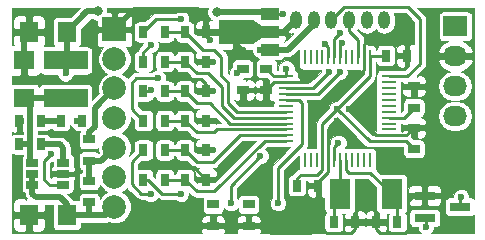
<source format=gbr>
G04 #@! TF.FileFunction,Copper,L2,Bot,Signal*
%FSLAX46Y46*%
G04 Gerber Fmt 4.6, Leading zero omitted, Abs format (unit mm)*
G04 Created by KiCad (PCBNEW 4.0.5) date 03/16/17 13:05:11*
%MOMM*%
%LPD*%
G01*
G04 APERTURE LIST*
%ADD10C,0.100000*%
%ADD11R,1.000000X0.800000*%
%ADD12R,0.800000X1.000000*%
%ADD13R,2.000000X2.000000*%
%ADD14C,2.000000*%
%ADD15O,1.000000X1.524000*%
%ADD16R,1.800860X0.800100*%
%ADD17R,0.250000X1.300000*%
%ADD18R,1.300000X0.250000*%
%ADD19R,1.800000X2.600000*%
%ADD20R,2.032000X1.727200*%
%ADD21O,2.032000X1.727200*%
%ADD22R,1.600000X1.800000*%
%ADD23R,3.700000X1.600000*%
%ADD24R,1.000760X0.690880*%
%ADD25R,1.800000X1.600000*%
%ADD26R,1.501140X1.000760*%
%ADD27R,2.999740X1.998980*%
%ADD28C,0.600000*%
%ADD29C,0.800000*%
%ADD30C,0.500000*%
%ADD31C,0.250000*%
%ADD32C,0.026000*%
G04 APERTURE END LIST*
D10*
D11*
X20500000Y-17100000D03*
X20500000Y-18900000D03*
X20000000Y-7400000D03*
X20000000Y-5600000D03*
D12*
X33100000Y-18600000D03*
X31300000Y-18600000D03*
X27700000Y-18600000D03*
X29500000Y-18600000D03*
D11*
X34500000Y-10600000D03*
X34500000Y-12400000D03*
D12*
X33900000Y-4500000D03*
X32100000Y-4500000D03*
D13*
X9144000Y-2286000D03*
D14*
X9144000Y-4779000D03*
X9144000Y-7279000D03*
X9144000Y-9779000D03*
X9144000Y-12279000D03*
X9144000Y-14779000D03*
X9144000Y-17279000D03*
D15*
X24500000Y-1500000D03*
X26000000Y-1500000D03*
X27500000Y-1500000D03*
X29000000Y-1500000D03*
X30500000Y-1500000D03*
X32000000Y-1500000D03*
D16*
X35398860Y-18250000D03*
X35398860Y-16350000D03*
X38401140Y-17300000D03*
D11*
X34500000Y-7100000D03*
X34500000Y-8900000D03*
X17500000Y-17100000D03*
X17500000Y-18900000D03*
D12*
X13400000Y-2500000D03*
X11600000Y-2500000D03*
X13400000Y-5000000D03*
X11600000Y-5000000D03*
X13400000Y-7500000D03*
X11600000Y-7500000D03*
X13400000Y-10000000D03*
X11600000Y-10000000D03*
X13400000Y-12500000D03*
X11600000Y-12500000D03*
X13400000Y-15000000D03*
X11600000Y-15000000D03*
X16900000Y-2500000D03*
X15100000Y-2500000D03*
X16900000Y-5000000D03*
X15100000Y-5000000D03*
X16900000Y-7500000D03*
X15100000Y-7500000D03*
X16900000Y-10000000D03*
X15100000Y-10000000D03*
X16900000Y-12500000D03*
X15100000Y-12500000D03*
X16900000Y-15000000D03*
X15100000Y-15000000D03*
D17*
X30750000Y-13350000D03*
X30250000Y-13350000D03*
X29750000Y-13350000D03*
X29250000Y-13350000D03*
X28750000Y-13350000D03*
X28250000Y-13350000D03*
X27750000Y-13350000D03*
X27250000Y-13350000D03*
X26750000Y-13350000D03*
X26250000Y-13350000D03*
X25750000Y-13350000D03*
X25250000Y-13350000D03*
D18*
X23650000Y-11750000D03*
X23650000Y-11250000D03*
X23650000Y-10750000D03*
X23650000Y-10250000D03*
X23650000Y-9750000D03*
X23650000Y-9250000D03*
X23650000Y-8750000D03*
X23650000Y-8250000D03*
X23650000Y-7750000D03*
X23650000Y-7250000D03*
X23650000Y-6750000D03*
X23650000Y-6250000D03*
D17*
X25250000Y-4650000D03*
X25750000Y-4650000D03*
X26250000Y-4650000D03*
X26750000Y-4650000D03*
X27250000Y-4650000D03*
X27750000Y-4650000D03*
X28250000Y-4650000D03*
X28750000Y-4650000D03*
X29250000Y-4650000D03*
X29750000Y-4650000D03*
X30250000Y-4650000D03*
X30750000Y-4650000D03*
D18*
X32350000Y-6250000D03*
X32350000Y-6750000D03*
X32350000Y-7250000D03*
X32350000Y-7750000D03*
X32350000Y-8250000D03*
X32350000Y-8750000D03*
X32350000Y-9250000D03*
X32350000Y-9750000D03*
X32350000Y-10250000D03*
X32350000Y-10750000D03*
X32350000Y-11250000D03*
X32350000Y-11750000D03*
D19*
X32600000Y-16200000D03*
X28200000Y-16200000D03*
D20*
X38000000Y-2000000D03*
D21*
X38000000Y-4540000D03*
X38000000Y-7080000D03*
X38000000Y-9620000D03*
D22*
X5100000Y-2500000D03*
X1900000Y-2500000D03*
X5100000Y-18000000D03*
X1900000Y-18000000D03*
D12*
X2900000Y-12000000D03*
X1100000Y-12000000D03*
D23*
X5000000Y-4900000D03*
X5000000Y-8100000D03*
D12*
X4600000Y-10000000D03*
X6400000Y-10000000D03*
X1100000Y-10000000D03*
X2900000Y-10000000D03*
D24*
X4800480Y-13550040D03*
X4800480Y-14500000D03*
X4800480Y-15449960D03*
X2199520Y-15449960D03*
X2199520Y-14500000D03*
X2199520Y-13550040D03*
D25*
X1500000Y-8100000D03*
X1500000Y-4900000D03*
D26*
X22351660Y-998860D03*
X22351660Y-2500000D03*
X22351660Y-4001140D03*
D27*
X19400180Y-2500000D03*
D10*
G36*
X21623950Y-3000380D02*
X20874650Y-3500760D01*
X20874650Y-1499240D01*
X21623950Y-1999620D01*
X21623950Y-3000380D01*
X21623950Y-3000380D01*
G37*
D11*
X22000000Y-7400000D03*
X22000000Y-5600000D03*
D12*
X26400000Y-15500000D03*
X24600000Y-15500000D03*
D11*
X7000000Y-16900000D03*
X7000000Y-15100000D03*
X7000000Y-13400000D03*
X7000000Y-11600000D03*
D28*
X4000000Y-14500000D03*
X1000000Y-10000000D03*
X1000000Y-18000000D03*
X3500000Y-2500000D03*
X25700000Y-6500000D03*
X20000000Y-4000000D03*
X28000000Y-10000000D03*
X29000000Y-9000000D03*
X28000000Y-8000000D03*
X32400000Y-3000000D03*
X14200000Y-13700000D03*
X17200000Y-3200000D03*
X14000000Y-6500000D03*
X17500000Y-15000000D03*
X17500000Y-12500000D03*
X17500000Y-10000000D03*
X17500000Y-7500000D03*
X17500000Y-5000000D03*
X19500000Y-6000000D03*
X28100000Y-11900000D03*
X38500000Y-16500000D03*
X23700000Y-5600000D03*
X28000000Y-9000000D03*
X21500000Y-13000000D03*
X19000000Y-17000000D03*
X21500000Y-4000000D03*
X17500000Y-17100000D03*
X20500000Y-17100000D03*
X28200000Y-2600000D03*
X28400000Y-3400000D03*
X35500000Y-19000000D03*
X14800000Y-1400000D03*
X12200000Y-3600000D03*
X12200000Y-7400000D03*
X12800000Y-6400000D03*
X12200000Y-16200000D03*
X14800000Y-16200000D03*
X27000000Y-3500000D03*
X6000000Y-10000000D03*
X5000000Y-6000000D03*
X23400000Y-1000000D03*
D29*
X17800000Y-800000D03*
X7750000Y-750000D03*
D28*
X27300000Y-5900000D03*
X28200000Y-5900000D03*
X3800000Y-12800000D03*
X3800000Y-10000000D03*
X23000000Y-17000000D03*
D30*
X4000000Y-14500000D02*
X4800480Y-14500000D01*
X1000000Y-10000000D02*
X1100000Y-10000000D01*
X1900000Y-18000000D02*
X1000000Y-18000000D01*
X1900000Y-2500000D02*
X1500000Y-2900000D01*
X1500000Y-2900000D02*
X1500000Y-4900000D01*
X3500000Y-2500000D02*
X1900000Y-2500000D01*
D31*
X20500000Y-18900000D02*
X21800000Y-18900000D01*
X21800000Y-18900000D02*
X22400000Y-19500000D01*
X31300000Y-18600000D02*
X31300000Y-19200000D01*
X34450000Y-16350000D02*
X35398860Y-16350000D01*
X34000000Y-16800000D02*
X34450000Y-16350000D01*
X34000000Y-19200000D02*
X34000000Y-16800000D01*
X33700000Y-19500000D02*
X34000000Y-19200000D01*
X31600000Y-19500000D02*
X33700000Y-19500000D01*
X31300000Y-19200000D02*
X31600000Y-19500000D01*
X26400000Y-18800000D02*
X25700000Y-19500000D01*
X25700000Y-19500000D02*
X22400000Y-19500000D01*
X26400000Y-15500000D02*
X26400000Y-18800000D01*
X29500000Y-19200000D02*
X29500000Y-18600000D01*
X29200000Y-19500000D02*
X29500000Y-19200000D01*
X27100000Y-19500000D02*
X29200000Y-19500000D01*
X26400000Y-18800000D02*
X27100000Y-19500000D01*
X29500000Y-18600000D02*
X31300000Y-18600000D01*
X27250000Y-13350000D02*
X27250000Y-14350000D01*
X27250000Y-14350000D02*
X26400000Y-15200000D01*
X26400000Y-15200000D02*
X26400000Y-15500000D01*
X22000000Y-7400000D02*
X22650000Y-6750000D01*
X22650000Y-6750000D02*
X23650000Y-6750000D01*
X20000000Y-7400000D02*
X22000000Y-7400000D01*
X34500000Y-7100000D02*
X35600000Y-7100000D01*
X35400000Y-10600000D02*
X34500000Y-10600000D01*
X36000000Y-10000000D02*
X35400000Y-10600000D01*
X36000000Y-7500000D02*
X36000000Y-10000000D01*
X35600000Y-7100000D02*
X36000000Y-7500000D01*
X23650000Y-6750000D02*
X25450000Y-6750000D01*
X25450000Y-6750000D02*
X25700000Y-6500000D01*
X20500000Y-18900000D02*
X17500000Y-18900000D01*
X32400000Y-3000000D02*
X33500000Y-3000000D01*
X33900000Y-3400000D02*
X33900000Y-4500000D01*
X33500000Y-3000000D02*
X33900000Y-3400000D01*
X32350000Y-11250000D02*
X33850000Y-11250000D01*
X33850000Y-11250000D02*
X34500000Y-10600000D01*
X20000000Y-4000000D02*
X19400180Y-3400180D01*
X19400180Y-3400180D02*
X19400180Y-2500000D01*
X27250000Y-10750000D02*
X28000000Y-10000000D01*
X27250000Y-10750000D02*
X27250000Y-13350000D01*
X31250000Y-11250000D02*
X29000000Y-9000000D01*
X32350000Y-11250000D02*
X31250000Y-11250000D01*
X30250000Y-5750000D02*
X28000000Y-8000000D01*
X30250000Y-5750000D02*
X30250000Y-4650000D01*
X30250000Y-3550000D02*
X30250000Y-4650000D01*
X32400000Y-3000000D02*
X30800000Y-3000000D01*
X30800000Y-3000000D02*
X30250000Y-3550000D01*
X15850002Y-13950002D02*
X16900000Y-15000000D01*
X14450002Y-13950002D02*
X15850002Y-13950002D01*
X14200000Y-13700000D02*
X14450002Y-13950002D01*
D30*
X22351660Y-2500000D02*
X23500000Y-2500000D01*
X23500000Y-2500000D02*
X24500000Y-1500000D01*
X16900000Y-2500000D02*
X19400180Y-2500000D01*
D31*
X16900000Y-2900000D02*
X17200000Y-3200000D01*
X16900000Y-2500000D02*
X16900000Y-2900000D01*
D30*
X17000000Y-2000000D02*
X16900000Y-2500000D01*
X2000000Y-4900000D02*
X1900000Y-4800000D01*
D31*
X16900000Y-6900000D02*
X16900000Y-7500000D01*
X16500000Y-6500000D02*
X16900000Y-6900000D01*
X14000000Y-6500000D02*
X16500000Y-6500000D01*
X17500000Y-15000000D02*
X16900000Y-15000000D01*
X17500000Y-12500000D02*
X16900000Y-12500000D01*
X17500000Y-10000000D02*
X16900000Y-10000000D01*
X17500000Y-7500000D02*
X16900000Y-7500000D01*
X17500000Y-5000000D02*
X16900000Y-5000000D01*
D30*
X10830000Y-600000D02*
X16200000Y-600000D01*
X16200000Y-600000D02*
X16900000Y-1300000D01*
X16900000Y-1300000D02*
X16900000Y-2500000D01*
X9144000Y-2286000D02*
X10830000Y-600000D01*
D31*
X20000000Y-5600000D02*
X19900000Y-5600000D01*
X19900000Y-5600000D02*
X19500000Y-6000000D01*
X27750000Y-13350000D02*
X27750000Y-12250000D01*
X27750000Y-12250000D02*
X28100000Y-11900000D01*
X38401140Y-16598860D02*
X38401140Y-17300000D01*
X38500000Y-16500000D02*
X38401140Y-16598860D01*
X24600000Y-15500000D02*
X24600000Y-14900000D01*
X24900000Y-14600000D02*
X26300000Y-14600000D01*
X24600000Y-14900000D02*
X24900000Y-14600000D01*
X26750000Y-13350000D02*
X26750000Y-14150000D01*
X26750000Y-14150000D02*
X26300000Y-14600000D01*
X23650000Y-6250000D02*
X22650000Y-6250000D01*
X22650000Y-6250000D02*
X22000000Y-5600000D01*
X23650000Y-6250000D02*
X23650000Y-5650000D01*
X23650000Y-5650000D02*
X23700000Y-5600000D01*
X19000000Y-15500000D02*
X21500000Y-13000000D01*
X19000000Y-17000000D02*
X19000000Y-15500000D01*
X32100000Y-4500000D02*
X30900000Y-4500000D01*
X30900000Y-4500000D02*
X30750000Y-4650000D01*
X32350000Y-11750000D02*
X33850000Y-11750000D01*
X33850000Y-11750000D02*
X34500000Y-12400000D01*
X22351660Y-4001140D02*
X21501140Y-4001140D01*
X21501140Y-4001140D02*
X21500000Y-4000000D01*
X28000000Y-9000000D02*
X26750000Y-10250000D01*
X26750000Y-10250000D02*
X26750000Y-13350000D01*
X28000000Y-9000000D02*
X30750000Y-6250000D01*
X30750000Y-6250000D02*
X30750000Y-4650000D01*
X30750000Y-11750000D02*
X32350000Y-11750000D01*
X28000000Y-9000000D02*
X30750000Y-11750000D01*
D30*
X22351660Y-4001140D02*
X23798860Y-4001140D01*
X23798860Y-4001140D02*
X26000000Y-1800000D01*
X26000000Y-1800000D02*
X26000000Y-1500000D01*
D31*
X28750000Y-13350000D02*
X28750000Y-14150000D01*
X30800000Y-14400000D02*
X32600000Y-16200000D01*
X29000000Y-14400000D02*
X30800000Y-14400000D01*
X28750000Y-14150000D02*
X29000000Y-14400000D01*
X33100000Y-18600000D02*
X33100000Y-16700000D01*
X33100000Y-16700000D02*
X32600000Y-16200000D01*
X32200000Y-16000000D02*
X32900000Y-16700000D01*
X28250000Y-13350000D02*
X28250000Y-16150000D01*
X28250000Y-16150000D02*
X28200000Y-16200000D01*
X27700000Y-18600000D02*
X27700000Y-16700000D01*
X27700000Y-16700000D02*
X28200000Y-16200000D01*
X27800000Y-16000000D02*
X28250000Y-15550000D01*
D30*
X7000000Y-11600000D02*
X7000000Y-11000000D01*
X7500000Y-8923000D02*
X9144000Y-7279000D01*
X7500000Y-10500000D02*
X7500000Y-8923000D01*
X7000000Y-11000000D02*
X7500000Y-10500000D01*
X7000000Y-13400000D02*
X8023000Y-13400000D01*
X8023000Y-13400000D02*
X9144000Y-12279000D01*
X7000000Y-13400000D02*
X7000000Y-15100000D01*
D31*
X27500000Y-1500000D02*
X28600000Y-400000D01*
X33950000Y-6250000D02*
X32350000Y-6250000D01*
X35000000Y-5200000D02*
X33950000Y-6250000D01*
X35000000Y-1400000D02*
X35000000Y-5200000D01*
X34000000Y-400000D02*
X35000000Y-1400000D01*
X28600000Y-400000D02*
X34000000Y-400000D01*
X29000000Y-1500000D02*
X29000000Y-2400000D01*
X29750000Y-3150000D02*
X29750000Y-4650000D01*
X29000000Y-2400000D02*
X29750000Y-3150000D01*
X27750000Y-4650000D02*
X27750000Y-3050000D01*
X27750000Y-3050000D02*
X28200000Y-2600000D01*
X28250000Y-3550000D02*
X28250000Y-4650000D01*
X28400000Y-3400000D02*
X28250000Y-3550000D01*
X35500000Y-19000000D02*
X35500000Y-18351140D01*
X35500000Y-18351140D02*
X35398860Y-18250000D01*
X32350000Y-9750000D02*
X33650000Y-9750000D01*
X33650000Y-9750000D02*
X34500000Y-8900000D01*
X23650000Y-9250000D02*
X19500000Y-9250000D01*
X18750000Y-8500000D02*
X18750000Y-6750000D01*
X19500000Y-9250000D02*
X18750000Y-8500000D01*
X18750000Y-6750000D02*
X18200000Y-6200000D01*
X15100000Y-2500000D02*
X16600000Y-4000000D01*
X18200000Y-4600000D02*
X18200000Y-6200000D01*
X17600000Y-4000000D02*
X18200000Y-4600000D01*
X16600000Y-4000000D02*
X17600000Y-4000000D01*
X13400000Y-2500000D02*
X15100000Y-2500000D01*
X12700000Y-1400000D02*
X11600000Y-2500000D01*
X14800000Y-1400000D02*
X12700000Y-1400000D01*
X23650000Y-9750000D02*
X19250000Y-9750000D01*
X18250000Y-8750000D02*
X18250000Y-7150000D01*
X19250000Y-9750000D02*
X18250000Y-8750000D01*
X18250000Y-7150000D02*
X17100000Y-6000000D01*
X15100000Y-5000000D02*
X16100000Y-6000000D01*
X16100000Y-6000000D02*
X17100000Y-6000000D01*
X13400000Y-5000000D02*
X15100000Y-5000000D01*
X11600000Y-4200000D02*
X11600000Y-5000000D01*
X12200000Y-3600000D02*
X11600000Y-4200000D01*
X17200000Y-8500000D02*
X18950000Y-10250000D01*
X16100000Y-8500000D02*
X17200000Y-8500000D01*
X15100000Y-7500000D02*
X16100000Y-8500000D01*
X18950000Y-10250000D02*
X23650000Y-10250000D01*
X13400000Y-7500000D02*
X15100000Y-7500000D01*
X12100000Y-7500000D02*
X11600000Y-7500000D01*
X12200000Y-7400000D02*
X12100000Y-7500000D01*
X23650000Y-10750000D02*
X17850000Y-10750000D01*
X17850000Y-10750000D02*
X17600000Y-11000000D01*
X15100000Y-10000000D02*
X16100000Y-11000000D01*
X16100000Y-11000000D02*
X17600000Y-11000000D01*
X13400000Y-10000000D02*
X15100000Y-10000000D01*
X10600000Y-9000000D02*
X11600000Y-10000000D01*
X10600000Y-6800000D02*
X10600000Y-9000000D01*
X11000000Y-6400000D02*
X10600000Y-6800000D01*
X12800000Y-6400000D02*
X11000000Y-6400000D01*
X23650000Y-11250000D02*
X19750000Y-11250000D01*
X19750000Y-11250000D02*
X17500000Y-13500000D01*
X15100000Y-12500000D02*
X16100000Y-13500000D01*
X16100000Y-13500000D02*
X17500000Y-13500000D01*
X13400000Y-12500000D02*
X15100000Y-12500000D01*
X10600000Y-13500000D02*
X11600000Y-12500000D01*
X10600000Y-15400000D02*
X10600000Y-13500000D01*
X11400000Y-16200000D02*
X10600000Y-15400000D01*
X12200000Y-16200000D02*
X11400000Y-16200000D01*
X17600000Y-16000000D02*
X21850000Y-11750000D01*
X21850000Y-11750000D02*
X23650000Y-11750000D01*
X15100000Y-15000000D02*
X16100000Y-16000000D01*
X16100000Y-16000000D02*
X17600000Y-16000000D01*
X13400000Y-15000000D02*
X15100000Y-15000000D01*
X13200000Y-16200000D02*
X12000000Y-15000000D01*
X14800000Y-16200000D02*
X13200000Y-16200000D01*
X12000000Y-15000000D02*
X11600000Y-15000000D01*
X27250000Y-4650000D02*
X27250000Y-3750000D01*
X27250000Y-3750000D02*
X27000000Y-3500000D01*
D30*
X7000000Y-16900000D02*
X7000000Y-18000000D01*
X2199520Y-15449960D02*
X2199520Y-16199520D01*
X4500000Y-16500000D02*
X5100000Y-17100000D01*
X2500000Y-16500000D02*
X4500000Y-16500000D01*
X2199520Y-16199520D02*
X2500000Y-16500000D01*
X5100000Y-17100000D02*
X5100000Y-18000000D01*
X2199520Y-15449960D02*
X2199520Y-14500000D01*
X5600000Y-18000000D02*
X7000000Y-18000000D01*
X7000000Y-18000000D02*
X8423000Y-18000000D01*
X8423000Y-18000000D02*
X9144000Y-17279000D01*
X5000000Y-4900000D02*
X5100000Y-4800000D01*
X5100000Y-4800000D02*
X5100000Y-2500000D01*
X6400000Y-10000000D02*
X6000000Y-10000000D01*
X5000000Y-6000000D02*
X5000000Y-4900000D01*
D31*
X22351660Y-998860D02*
X23398860Y-998860D01*
X23398860Y-998860D02*
X23400000Y-1000000D01*
D30*
X22351660Y-998860D02*
X22352800Y-1000000D01*
X22351660Y-998860D02*
X22152800Y-800000D01*
X22152800Y-800000D02*
X17800000Y-800000D01*
X5100000Y-2500000D02*
X6850000Y-750000D01*
X6850000Y-750000D02*
X7750000Y-750000D01*
X5100000Y-2500000D02*
X5500000Y-2900000D01*
D31*
X23650000Y-7250000D02*
X25950000Y-7250000D01*
X25950000Y-7250000D02*
X27300000Y-5900000D01*
X23650000Y-7750000D02*
X26350000Y-7750000D01*
X26350000Y-7750000D02*
X28200000Y-5900000D01*
D30*
X2900000Y-12000000D02*
X4500000Y-12000000D01*
X4800480Y-12300480D02*
X4800480Y-13550040D01*
X4500000Y-12000000D02*
X4800480Y-12300480D01*
X1100000Y-12000000D02*
X2000000Y-12000000D01*
X1500000Y-8100000D02*
X5000000Y-8100000D01*
X2199520Y-13550040D02*
X2000000Y-13350520D01*
X2000000Y-13350520D02*
X2000000Y-12000000D01*
X2000000Y-12000000D02*
X2000000Y-8600000D01*
X2000000Y-8600000D02*
X1500000Y-8100000D01*
D31*
X3200000Y-13400000D02*
X3200000Y-15000000D01*
X3800000Y-12800000D02*
X3200000Y-13400000D01*
X4800480Y-15449960D02*
X3649960Y-15449960D01*
X3649960Y-15449960D02*
X3200000Y-15000000D01*
D30*
X4600000Y-10000000D02*
X3800000Y-10000000D01*
X3800000Y-10000000D02*
X2900000Y-10000000D01*
D31*
X23000000Y-14000000D02*
X25000000Y-12000000D01*
X23000000Y-17000000D02*
X23000000Y-14000000D01*
X25000000Y-12000000D02*
X25000000Y-8500000D01*
X25000000Y-8500000D02*
X24750000Y-8250000D01*
X24750000Y-8250000D02*
X23650000Y-8250000D01*
D32*
G36*
X39557000Y-16598830D02*
X39457464Y-16530820D01*
X39301570Y-16499251D01*
X39193001Y-16499251D01*
X39193120Y-16362758D01*
X39087840Y-16107960D01*
X38893066Y-15912845D01*
X38638451Y-15807120D01*
X38362758Y-15806880D01*
X38107960Y-15912160D01*
X37912845Y-16106934D01*
X37807120Y-16361549D01*
X37807000Y-16499251D01*
X37500710Y-16499251D01*
X37355073Y-16526654D01*
X37221314Y-16612726D01*
X37131580Y-16744056D01*
X37100011Y-16899950D01*
X37100011Y-17700050D01*
X37127414Y-17845687D01*
X37213486Y-17979446D01*
X37344816Y-18069180D01*
X37500710Y-18100749D01*
X39301570Y-18100749D01*
X39447207Y-18073346D01*
X39557000Y-18002696D01*
X39557000Y-19557000D01*
X35922934Y-19557000D01*
X36087155Y-19393066D01*
X36192880Y-19138451D01*
X36192956Y-19050749D01*
X36299290Y-19050749D01*
X36444927Y-19023346D01*
X36578686Y-18937274D01*
X36668420Y-18805944D01*
X36699989Y-18650050D01*
X36699989Y-17849950D01*
X36672586Y-17704313D01*
X36586514Y-17570554D01*
X36455184Y-17480820D01*
X36299290Y-17449251D01*
X34498430Y-17449251D01*
X34352793Y-17476654D01*
X34219034Y-17562726D01*
X34129300Y-17694056D01*
X34097731Y-17849950D01*
X34097731Y-18650050D01*
X34125134Y-18795687D01*
X34211206Y-18929446D01*
X34342536Y-19019180D01*
X34498430Y-19050749D01*
X34806955Y-19050749D01*
X34806880Y-19137242D01*
X34912160Y-19392040D01*
X35076832Y-19557000D01*
X31958143Y-19557000D01*
X31995122Y-19541683D01*
X32141682Y-19395123D01*
X32221000Y-19203634D01*
X32221000Y-18971250D01*
X32090750Y-18841000D01*
X31500000Y-18841000D01*
X31500000Y-18861000D01*
X31100000Y-18861000D01*
X31100000Y-18841000D01*
X30509250Y-18841000D01*
X30400000Y-18950250D01*
X30290750Y-18841000D01*
X29700000Y-18841000D01*
X29700000Y-18861000D01*
X29300000Y-18861000D01*
X29300000Y-18841000D01*
X28709250Y-18841000D01*
X28579000Y-18971250D01*
X28579000Y-19203634D01*
X28658318Y-19395123D01*
X28804878Y-19541683D01*
X28841857Y-19557000D01*
X21457474Y-19557000D01*
X21521000Y-19403633D01*
X21521000Y-19230250D01*
X21390750Y-19100000D01*
X20741000Y-19100000D01*
X20741000Y-19161000D01*
X20259000Y-19161000D01*
X20259000Y-19100000D01*
X19609250Y-19100000D01*
X19479000Y-19230250D01*
X19479000Y-19403633D01*
X19542526Y-19557000D01*
X18457474Y-19557000D01*
X18521000Y-19403633D01*
X18521000Y-19230250D01*
X18390750Y-19100000D01*
X17741000Y-19100000D01*
X17741000Y-19161000D01*
X17259000Y-19161000D01*
X17259000Y-19100000D01*
X16609250Y-19100000D01*
X16479000Y-19230250D01*
X16479000Y-19403633D01*
X16542526Y-19557000D01*
X443000Y-19557000D01*
X443000Y-18371250D01*
X579000Y-18371250D01*
X579000Y-19003634D01*
X658318Y-19195123D01*
X804878Y-19341683D01*
X996367Y-19421000D01*
X1528750Y-19421000D01*
X1659000Y-19290750D01*
X1659000Y-18241000D01*
X2141000Y-18241000D01*
X2141000Y-19290750D01*
X2271250Y-19421000D01*
X2803633Y-19421000D01*
X2995122Y-19341683D01*
X3141682Y-19195123D01*
X3221000Y-19003634D01*
X3221000Y-18371250D01*
X3090750Y-18241000D01*
X2141000Y-18241000D01*
X1659000Y-18241000D01*
X709250Y-18241000D01*
X579000Y-18371250D01*
X443000Y-18371250D01*
X443000Y-12800047D01*
X544106Y-12869130D01*
X700000Y-12900699D01*
X1357000Y-12900699D01*
X1357000Y-13009205D01*
X1330010Y-13048706D01*
X1298441Y-13204600D01*
X1298441Y-13895480D01*
X1323710Y-14029776D01*
X1298441Y-14154560D01*
X1298441Y-14845440D01*
X1323710Y-14979736D01*
X1298441Y-15104520D01*
X1298441Y-15795400D01*
X1325844Y-15941037D01*
X1411916Y-16074796D01*
X1543246Y-16164530D01*
X1556520Y-16167218D01*
X1556520Y-16199520D01*
X1605465Y-16445586D01*
X1694610Y-16579000D01*
X1658998Y-16579000D01*
X1658998Y-16709248D01*
X1528750Y-16579000D01*
X996367Y-16579000D01*
X804878Y-16658317D01*
X658318Y-16804877D01*
X579000Y-16996366D01*
X579000Y-17628750D01*
X709250Y-17759000D01*
X1659000Y-17759000D01*
X1659000Y-17739000D01*
X2141000Y-17739000D01*
X2141000Y-17759000D01*
X3090750Y-17759000D01*
X3221000Y-17628750D01*
X3221000Y-17143000D01*
X3899301Y-17143000D01*
X3899301Y-18900000D01*
X3926704Y-19045637D01*
X4012776Y-19179396D01*
X4144106Y-19269130D01*
X4300000Y-19300699D01*
X5900000Y-19300699D01*
X6045637Y-19273296D01*
X6179396Y-19187224D01*
X6269130Y-19055894D01*
X6300699Y-18900000D01*
X6300699Y-18643000D01*
X8423000Y-18643000D01*
X8669066Y-18594055D01*
X8672710Y-18591620D01*
X8865700Y-18671757D01*
X9419869Y-18672241D01*
X9932040Y-18460616D01*
X9996401Y-18396367D01*
X16479000Y-18396367D01*
X16479000Y-18569750D01*
X16609250Y-18700000D01*
X17259000Y-18700000D01*
X17259000Y-18109250D01*
X17741000Y-18109250D01*
X17741000Y-18700000D01*
X18390750Y-18700000D01*
X18521000Y-18569750D01*
X18521000Y-18396367D01*
X19479000Y-18396367D01*
X19479000Y-18569750D01*
X19609250Y-18700000D01*
X20259000Y-18700000D01*
X20259000Y-18109250D01*
X20741000Y-18109250D01*
X20741000Y-18700000D01*
X21390750Y-18700000D01*
X21521000Y-18569750D01*
X21521000Y-18396367D01*
X21441683Y-18204878D01*
X21295123Y-18058318D01*
X21103634Y-17979000D01*
X20871250Y-17979000D01*
X20741000Y-18109250D01*
X20259000Y-18109250D01*
X20128750Y-17979000D01*
X19896366Y-17979000D01*
X19704877Y-18058318D01*
X19558317Y-18204878D01*
X19479000Y-18396367D01*
X18521000Y-18396367D01*
X18441683Y-18204878D01*
X18295123Y-18058318D01*
X18103634Y-17979000D01*
X17871250Y-17979000D01*
X17741000Y-18109250D01*
X17259000Y-18109250D01*
X17128750Y-17979000D01*
X16896366Y-17979000D01*
X16704877Y-18058318D01*
X16558317Y-18204878D01*
X16479000Y-18396367D01*
X9996401Y-18396367D01*
X10324239Y-18069101D01*
X10536757Y-17557300D01*
X10537241Y-17003131D01*
X10325616Y-16490960D01*
X9934101Y-16098761D01*
X9766317Y-16029091D01*
X9932040Y-15960616D01*
X10190904Y-15702204D01*
X10233719Y-15766281D01*
X11033719Y-16566281D01*
X11201770Y-16678570D01*
X11400000Y-16718000D01*
X11737900Y-16718000D01*
X11806934Y-16787155D01*
X12061549Y-16892880D01*
X12337242Y-16893120D01*
X12592040Y-16787840D01*
X12787155Y-16593066D01*
X12808676Y-16541239D01*
X12833718Y-16566281D01*
X13001769Y-16678570D01*
X13033820Y-16684945D01*
X13200000Y-16718000D01*
X14337900Y-16718000D01*
X14406934Y-16787155D01*
X14661549Y-16892880D01*
X14937242Y-16893120D01*
X15192040Y-16787840D01*
X15387155Y-16593066D01*
X15492880Y-16338451D01*
X15493065Y-16125628D01*
X15733719Y-16366282D01*
X15901770Y-16478570D01*
X16100000Y-16518000D01*
X16648707Y-16518000D01*
X16630870Y-16544106D01*
X16599301Y-16700000D01*
X16599301Y-17500000D01*
X16626704Y-17645637D01*
X16712776Y-17779396D01*
X16844106Y-17869130D01*
X17000000Y-17900699D01*
X18000000Y-17900699D01*
X18145637Y-17873296D01*
X18279396Y-17787224D01*
X18369130Y-17655894D01*
X18400699Y-17500000D01*
X18400699Y-17364302D01*
X18412160Y-17392040D01*
X18606934Y-17587155D01*
X18861549Y-17692880D01*
X19137242Y-17693120D01*
X19392040Y-17587840D01*
X19587155Y-17393066D01*
X19599301Y-17363815D01*
X19599301Y-17500000D01*
X19626704Y-17645637D01*
X19712776Y-17779396D01*
X19844106Y-17869130D01*
X20000000Y-17900699D01*
X21000000Y-17900699D01*
X21145637Y-17873296D01*
X21279396Y-17787224D01*
X21369130Y-17655894D01*
X21400699Y-17500000D01*
X21400699Y-16700000D01*
X21373296Y-16554363D01*
X21287224Y-16420604D01*
X21155894Y-16330870D01*
X21000000Y-16299301D01*
X20000000Y-16299301D01*
X19854363Y-16326704D01*
X19720604Y-16412776D01*
X19630870Y-16544106D01*
X19608040Y-16656847D01*
X19587840Y-16607960D01*
X19518000Y-16537998D01*
X19518000Y-15714562D01*
X21539527Y-13693035D01*
X21637242Y-13693120D01*
X21892040Y-13587840D01*
X22087155Y-13393066D01*
X22192880Y-13138451D01*
X22193120Y-12862758D01*
X22087840Y-12607960D01*
X21906380Y-12426183D01*
X22064563Y-12268000D01*
X22961981Y-12268000D01*
X23000000Y-12275699D01*
X23991739Y-12275699D01*
X22633719Y-13633719D01*
X22521430Y-13801770D01*
X22482000Y-14000000D01*
X22482000Y-16537900D01*
X22412845Y-16606934D01*
X22307120Y-16861549D01*
X22306880Y-17137242D01*
X22412160Y-17392040D01*
X22606934Y-17587155D01*
X22861549Y-17692880D01*
X23137242Y-17693120D01*
X23392040Y-17587840D01*
X23587155Y-17393066D01*
X23692880Y-17138451D01*
X23693120Y-16862758D01*
X23587840Y-16607960D01*
X23518000Y-16537998D01*
X23518000Y-14214562D01*
X24724301Y-13008261D01*
X24724301Y-14000000D01*
X24745512Y-14112729D01*
X24701770Y-14121430D01*
X24533719Y-14233719D01*
X24233719Y-14533719D01*
X24188445Y-14601475D01*
X24054363Y-14626704D01*
X23920604Y-14712776D01*
X23830870Y-14844106D01*
X23799301Y-15000000D01*
X23799301Y-16000000D01*
X23826704Y-16145637D01*
X23912776Y-16279396D01*
X24044106Y-16369130D01*
X24200000Y-16400699D01*
X25000000Y-16400699D01*
X25145637Y-16373296D01*
X25279396Y-16287224D01*
X25369130Y-16155894D01*
X25400699Y-16000000D01*
X25400699Y-15871250D01*
X25479000Y-15871250D01*
X25479000Y-16103634D01*
X25558318Y-16295123D01*
X25704878Y-16441683D01*
X25896367Y-16521000D01*
X26069750Y-16521000D01*
X26200000Y-16390750D01*
X26200000Y-15741000D01*
X25609250Y-15741000D01*
X25479000Y-15871250D01*
X25400699Y-15871250D01*
X25400699Y-15118000D01*
X25479000Y-15118000D01*
X25479000Y-15128750D01*
X25609250Y-15259000D01*
X26200000Y-15259000D01*
X26200000Y-15239000D01*
X26600000Y-15239000D01*
X26600000Y-15259000D01*
X26661000Y-15259000D01*
X26661000Y-15741000D01*
X26600000Y-15741000D01*
X26600000Y-16390750D01*
X26730250Y-16521000D01*
X26899301Y-16521000D01*
X26899301Y-17500000D01*
X26926704Y-17645637D01*
X27012776Y-17779396D01*
X27041732Y-17799181D01*
X27020604Y-17812776D01*
X26930870Y-17944106D01*
X26899301Y-18100000D01*
X26899301Y-19100000D01*
X26926704Y-19245637D01*
X27012776Y-19379396D01*
X27144106Y-19469130D01*
X27300000Y-19500699D01*
X28100000Y-19500699D01*
X28245637Y-19473296D01*
X28379396Y-19387224D01*
X28469130Y-19255894D01*
X28500699Y-19100000D01*
X28500699Y-18100000D01*
X28473296Y-17954363D01*
X28438764Y-17900699D01*
X28618627Y-17900699D01*
X28579000Y-17996366D01*
X28579000Y-18228750D01*
X28709250Y-18359000D01*
X29300000Y-18359000D01*
X29300000Y-17838314D01*
X29379396Y-17787224D01*
X29432673Y-17709250D01*
X29700000Y-17709250D01*
X29700000Y-18359000D01*
X30290750Y-18359000D01*
X30400000Y-18249750D01*
X30509250Y-18359000D01*
X31100000Y-18359000D01*
X31100000Y-17709250D01*
X30969750Y-17579000D01*
X30796367Y-17579000D01*
X30604878Y-17658317D01*
X30458318Y-17804877D01*
X30400000Y-17945668D01*
X30341682Y-17804877D01*
X30195122Y-17658317D01*
X30003633Y-17579000D01*
X29830250Y-17579000D01*
X29700000Y-17709250D01*
X29432673Y-17709250D01*
X29469130Y-17655894D01*
X29500699Y-17500000D01*
X29500699Y-14918000D01*
X30585438Y-14918000D01*
X31299301Y-15631863D01*
X31299301Y-17500000D01*
X31326704Y-17645637D01*
X31412776Y-17779396D01*
X31500000Y-17838994D01*
X31500000Y-18359000D01*
X32090750Y-18359000D01*
X32221000Y-18228750D01*
X32221000Y-17996366D01*
X32181373Y-17900699D01*
X32360529Y-17900699D01*
X32330870Y-17944106D01*
X32299301Y-18100000D01*
X32299301Y-19100000D01*
X32326704Y-19245637D01*
X32412776Y-19379396D01*
X32544106Y-19469130D01*
X32700000Y-19500699D01*
X33500000Y-19500699D01*
X33645637Y-19473296D01*
X33779396Y-19387224D01*
X33869130Y-19255894D01*
X33900699Y-19100000D01*
X33900699Y-18100000D01*
X33873296Y-17954363D01*
X33787224Y-17820604D01*
X33758268Y-17800819D01*
X33779396Y-17787224D01*
X33869130Y-17655894D01*
X33900699Y-17500000D01*
X33900699Y-16680275D01*
X33977430Y-16680275D01*
X33977430Y-16853683D01*
X34056747Y-17045172D01*
X34203307Y-17191732D01*
X34394796Y-17271050D01*
X35027610Y-17271050D01*
X35157860Y-17140800D01*
X35157860Y-16550025D01*
X35639860Y-16550025D01*
X35639860Y-17140800D01*
X35770110Y-17271050D01*
X36402924Y-17271050D01*
X36594413Y-17191732D01*
X36740973Y-17045172D01*
X36820290Y-16853683D01*
X36820290Y-16680275D01*
X36690040Y-16550025D01*
X35639860Y-16550025D01*
X35157860Y-16550025D01*
X34107680Y-16550025D01*
X33977430Y-16680275D01*
X33900699Y-16680275D01*
X33900699Y-15846317D01*
X33977430Y-15846317D01*
X33977430Y-16019725D01*
X34107680Y-16149975D01*
X35157860Y-16149975D01*
X35157860Y-15559200D01*
X35639860Y-15559200D01*
X35639860Y-16149975D01*
X36690040Y-16149975D01*
X36820290Y-16019725D01*
X36820290Y-15846317D01*
X36740973Y-15654828D01*
X36594413Y-15508268D01*
X36402924Y-15428950D01*
X35770110Y-15428950D01*
X35639860Y-15559200D01*
X35157860Y-15559200D01*
X35027610Y-15428950D01*
X34394796Y-15428950D01*
X34203307Y-15508268D01*
X34056747Y-15654828D01*
X33977430Y-15846317D01*
X33900699Y-15846317D01*
X33900699Y-14900000D01*
X33873296Y-14754363D01*
X33787224Y-14620604D01*
X33655894Y-14530870D01*
X33500000Y-14499301D01*
X31700000Y-14499301D01*
X31642654Y-14510091D01*
X31251595Y-14119033D01*
X31275699Y-14000000D01*
X31275699Y-12700000D01*
X31248296Y-12554363D01*
X31162224Y-12420604D01*
X31030894Y-12330870D01*
X30875000Y-12299301D01*
X30625000Y-12299301D01*
X30495411Y-12323684D01*
X30375000Y-12299301D01*
X30125000Y-12299301D01*
X29995411Y-12323684D01*
X29875000Y-12299301D01*
X29625000Y-12299301D01*
X29495411Y-12323684D01*
X29375000Y-12299301D01*
X29125000Y-12299301D01*
X28995411Y-12323684D01*
X28875000Y-12299301D01*
X28680909Y-12299301D01*
X28687155Y-12293066D01*
X28792880Y-12038451D01*
X28793120Y-11762758D01*
X28687840Y-11507960D01*
X28493066Y-11312845D01*
X28238451Y-11207120D01*
X27962758Y-11206880D01*
X27707960Y-11312160D01*
X27512845Y-11506934D01*
X27407120Y-11761549D01*
X27407034Y-11860404D01*
X27383719Y-11883719D01*
X27271430Y-12051770D01*
X27268000Y-12069014D01*
X27268000Y-10464562D01*
X28000000Y-9732562D01*
X30383718Y-12116281D01*
X30551769Y-12228570D01*
X30584657Y-12235112D01*
X30750000Y-12268000D01*
X31661981Y-12268000D01*
X31700000Y-12275699D01*
X33000000Y-12275699D01*
X33040917Y-12268000D01*
X33599301Y-12268000D01*
X33599301Y-12800000D01*
X33626704Y-12945637D01*
X33712776Y-13079396D01*
X33844106Y-13169130D01*
X34000000Y-13200699D01*
X35000000Y-13200699D01*
X35145637Y-13173296D01*
X35279396Y-13087224D01*
X35369130Y-12955894D01*
X35400699Y-12800000D01*
X35400699Y-12000000D01*
X35373296Y-11854363D01*
X35287224Y-11720604D01*
X35155894Y-11630870D01*
X35000000Y-11599301D01*
X34431863Y-11599301D01*
X34241156Y-11408594D01*
X34259000Y-11390750D01*
X34259000Y-10800000D01*
X34741000Y-10800000D01*
X34741000Y-11390750D01*
X34871250Y-11521000D01*
X35103634Y-11521000D01*
X35295123Y-11441682D01*
X35441683Y-11295122D01*
X35521000Y-11103633D01*
X35521000Y-10930250D01*
X35390750Y-10800000D01*
X34741000Y-10800000D01*
X34259000Y-10800000D01*
X33609250Y-10800000D01*
X33482011Y-10927239D01*
X33441682Y-10829877D01*
X33400699Y-10788894D01*
X33400699Y-10625000D01*
X33376316Y-10495411D01*
X33400699Y-10375000D01*
X33400699Y-10268000D01*
X33479000Y-10268000D01*
X33479000Y-10269750D01*
X33609250Y-10400000D01*
X34259000Y-10400000D01*
X34259000Y-10339000D01*
X34741000Y-10339000D01*
X34741000Y-10400000D01*
X35390750Y-10400000D01*
X35521000Y-10269750D01*
X35521000Y-10096367D01*
X35441683Y-9904878D01*
X35295123Y-9758318D01*
X35107285Y-9680512D01*
X35145637Y-9673296D01*
X35228460Y-9620000D01*
X36563396Y-9620000D01*
X36659049Y-10100880D01*
X36931446Y-10508550D01*
X37339116Y-10780947D01*
X37819996Y-10876600D01*
X38180004Y-10876600D01*
X38660884Y-10780947D01*
X39068554Y-10508550D01*
X39340951Y-10100880D01*
X39436604Y-9620000D01*
X39340951Y-9139120D01*
X39068554Y-8731450D01*
X38660884Y-8459053D01*
X38180004Y-8363400D01*
X37819996Y-8363400D01*
X37339116Y-8459053D01*
X36931446Y-8731450D01*
X36659049Y-9139120D01*
X36563396Y-9620000D01*
X35228460Y-9620000D01*
X35279396Y-9587224D01*
X35369130Y-9455894D01*
X35400699Y-9300000D01*
X35400699Y-8500000D01*
X35373296Y-8354363D01*
X35287224Y-8220604D01*
X35155894Y-8130870D01*
X35000000Y-8099301D01*
X34000000Y-8099301D01*
X33854363Y-8126704D01*
X33720604Y-8212776D01*
X33630870Y-8344106D01*
X33599301Y-8500000D01*
X33599301Y-9068137D01*
X33435438Y-9232000D01*
X33400699Y-9232000D01*
X33400699Y-9125000D01*
X33376316Y-8995411D01*
X33400699Y-8875000D01*
X33400699Y-8625000D01*
X33376316Y-8495411D01*
X33400699Y-8375000D01*
X33400699Y-8125000D01*
X33376316Y-7995411D01*
X33400699Y-7875000D01*
X33400699Y-7625000D01*
X33376316Y-7495411D01*
X33389510Y-7430250D01*
X33479000Y-7430250D01*
X33479000Y-7603633D01*
X33558317Y-7795122D01*
X33704877Y-7941682D01*
X33896366Y-8021000D01*
X34128750Y-8021000D01*
X34259000Y-7890750D01*
X34259000Y-7300000D01*
X34741000Y-7300000D01*
X34741000Y-7890750D01*
X34871250Y-8021000D01*
X35103634Y-8021000D01*
X35295123Y-7941682D01*
X35441683Y-7795122D01*
X35521000Y-7603633D01*
X35521000Y-7430250D01*
X35390750Y-7300000D01*
X34741000Y-7300000D01*
X34259000Y-7300000D01*
X33609250Y-7300000D01*
X33479000Y-7430250D01*
X33389510Y-7430250D01*
X33400699Y-7375000D01*
X33400699Y-7125000D01*
X33376316Y-6995411D01*
X33400699Y-6875000D01*
X33400699Y-6768000D01*
X33479000Y-6768000D01*
X33479000Y-6769750D01*
X33609250Y-6900000D01*
X34259000Y-6900000D01*
X34259000Y-6839000D01*
X34741000Y-6839000D01*
X34741000Y-6900000D01*
X35390750Y-6900000D01*
X35521000Y-6769750D01*
X35521000Y-6596367D01*
X35441683Y-6404878D01*
X35295123Y-6258318D01*
X35103634Y-6179000D01*
X34871250Y-6179000D01*
X34741002Y-6309248D01*
X34741002Y-6191560D01*
X35366281Y-5566281D01*
X35478570Y-5398230D01*
X35483530Y-5373296D01*
X35518000Y-5200000D01*
X35518000Y-4991326D01*
X36538622Y-4991326D01*
X36681607Y-5277627D01*
X37052641Y-5667685D01*
X37532403Y-5880606D01*
X37339116Y-5919053D01*
X36931446Y-6191450D01*
X36659049Y-6599120D01*
X36563396Y-7080000D01*
X36659049Y-7560880D01*
X36931446Y-7968550D01*
X37339116Y-8240947D01*
X37819996Y-8336600D01*
X38180004Y-8336600D01*
X38660884Y-8240947D01*
X39068554Y-7968550D01*
X39340951Y-7560880D01*
X39436604Y-7080000D01*
X39340951Y-6599120D01*
X39068554Y-6191450D01*
X38660884Y-5919053D01*
X38467597Y-5880606D01*
X38947359Y-5667685D01*
X39318393Y-5277627D01*
X39461378Y-4991326D01*
X39383380Y-4781000D01*
X38241000Y-4781000D01*
X38241000Y-4801000D01*
X37759000Y-4801000D01*
X37759000Y-4781000D01*
X36616620Y-4781000D01*
X36538622Y-4991326D01*
X35518000Y-4991326D01*
X35518000Y-4088674D01*
X36538622Y-4088674D01*
X36616620Y-4299000D01*
X37759000Y-4299000D01*
X37759000Y-4279000D01*
X38241000Y-4279000D01*
X38241000Y-4299000D01*
X39383380Y-4299000D01*
X39461378Y-4088674D01*
X39318393Y-3802373D01*
X38947359Y-3412315D01*
X38613843Y-3264299D01*
X39016000Y-3264299D01*
X39161637Y-3236896D01*
X39295396Y-3150824D01*
X39385130Y-3019494D01*
X39416699Y-2863600D01*
X39416699Y-1136400D01*
X39389296Y-990763D01*
X39303224Y-857004D01*
X39171894Y-767270D01*
X39016000Y-735701D01*
X36984000Y-735701D01*
X36838363Y-763104D01*
X36704604Y-849176D01*
X36614870Y-980506D01*
X36583301Y-1136400D01*
X36583301Y-2863600D01*
X36610704Y-3009237D01*
X36696776Y-3142996D01*
X36828106Y-3232730D01*
X36984000Y-3264299D01*
X37386157Y-3264299D01*
X37052641Y-3412315D01*
X36681607Y-3802373D01*
X36538622Y-4088674D01*
X35518000Y-4088674D01*
X35518000Y-1400000D01*
X35478570Y-1201770D01*
X35465605Y-1182367D01*
X35366282Y-1033719D01*
X34775562Y-443000D01*
X39557000Y-443000D01*
X39557000Y-16598830D01*
X39557000Y-16598830D01*
G37*
X39557000Y-16598830D02*
X39457464Y-16530820D01*
X39301570Y-16499251D01*
X39193001Y-16499251D01*
X39193120Y-16362758D01*
X39087840Y-16107960D01*
X38893066Y-15912845D01*
X38638451Y-15807120D01*
X38362758Y-15806880D01*
X38107960Y-15912160D01*
X37912845Y-16106934D01*
X37807120Y-16361549D01*
X37807000Y-16499251D01*
X37500710Y-16499251D01*
X37355073Y-16526654D01*
X37221314Y-16612726D01*
X37131580Y-16744056D01*
X37100011Y-16899950D01*
X37100011Y-17700050D01*
X37127414Y-17845687D01*
X37213486Y-17979446D01*
X37344816Y-18069180D01*
X37500710Y-18100749D01*
X39301570Y-18100749D01*
X39447207Y-18073346D01*
X39557000Y-18002696D01*
X39557000Y-19557000D01*
X35922934Y-19557000D01*
X36087155Y-19393066D01*
X36192880Y-19138451D01*
X36192956Y-19050749D01*
X36299290Y-19050749D01*
X36444927Y-19023346D01*
X36578686Y-18937274D01*
X36668420Y-18805944D01*
X36699989Y-18650050D01*
X36699989Y-17849950D01*
X36672586Y-17704313D01*
X36586514Y-17570554D01*
X36455184Y-17480820D01*
X36299290Y-17449251D01*
X34498430Y-17449251D01*
X34352793Y-17476654D01*
X34219034Y-17562726D01*
X34129300Y-17694056D01*
X34097731Y-17849950D01*
X34097731Y-18650050D01*
X34125134Y-18795687D01*
X34211206Y-18929446D01*
X34342536Y-19019180D01*
X34498430Y-19050749D01*
X34806955Y-19050749D01*
X34806880Y-19137242D01*
X34912160Y-19392040D01*
X35076832Y-19557000D01*
X31958143Y-19557000D01*
X31995122Y-19541683D01*
X32141682Y-19395123D01*
X32221000Y-19203634D01*
X32221000Y-18971250D01*
X32090750Y-18841000D01*
X31500000Y-18841000D01*
X31500000Y-18861000D01*
X31100000Y-18861000D01*
X31100000Y-18841000D01*
X30509250Y-18841000D01*
X30400000Y-18950250D01*
X30290750Y-18841000D01*
X29700000Y-18841000D01*
X29700000Y-18861000D01*
X29300000Y-18861000D01*
X29300000Y-18841000D01*
X28709250Y-18841000D01*
X28579000Y-18971250D01*
X28579000Y-19203634D01*
X28658318Y-19395123D01*
X28804878Y-19541683D01*
X28841857Y-19557000D01*
X21457474Y-19557000D01*
X21521000Y-19403633D01*
X21521000Y-19230250D01*
X21390750Y-19100000D01*
X20741000Y-19100000D01*
X20741000Y-19161000D01*
X20259000Y-19161000D01*
X20259000Y-19100000D01*
X19609250Y-19100000D01*
X19479000Y-19230250D01*
X19479000Y-19403633D01*
X19542526Y-19557000D01*
X18457474Y-19557000D01*
X18521000Y-19403633D01*
X18521000Y-19230250D01*
X18390750Y-19100000D01*
X17741000Y-19100000D01*
X17741000Y-19161000D01*
X17259000Y-19161000D01*
X17259000Y-19100000D01*
X16609250Y-19100000D01*
X16479000Y-19230250D01*
X16479000Y-19403633D01*
X16542526Y-19557000D01*
X443000Y-19557000D01*
X443000Y-18371250D01*
X579000Y-18371250D01*
X579000Y-19003634D01*
X658318Y-19195123D01*
X804878Y-19341683D01*
X996367Y-19421000D01*
X1528750Y-19421000D01*
X1659000Y-19290750D01*
X1659000Y-18241000D01*
X2141000Y-18241000D01*
X2141000Y-19290750D01*
X2271250Y-19421000D01*
X2803633Y-19421000D01*
X2995122Y-19341683D01*
X3141682Y-19195123D01*
X3221000Y-19003634D01*
X3221000Y-18371250D01*
X3090750Y-18241000D01*
X2141000Y-18241000D01*
X1659000Y-18241000D01*
X709250Y-18241000D01*
X579000Y-18371250D01*
X443000Y-18371250D01*
X443000Y-12800047D01*
X544106Y-12869130D01*
X700000Y-12900699D01*
X1357000Y-12900699D01*
X1357000Y-13009205D01*
X1330010Y-13048706D01*
X1298441Y-13204600D01*
X1298441Y-13895480D01*
X1323710Y-14029776D01*
X1298441Y-14154560D01*
X1298441Y-14845440D01*
X1323710Y-14979736D01*
X1298441Y-15104520D01*
X1298441Y-15795400D01*
X1325844Y-15941037D01*
X1411916Y-16074796D01*
X1543246Y-16164530D01*
X1556520Y-16167218D01*
X1556520Y-16199520D01*
X1605465Y-16445586D01*
X1694610Y-16579000D01*
X1658998Y-16579000D01*
X1658998Y-16709248D01*
X1528750Y-16579000D01*
X996367Y-16579000D01*
X804878Y-16658317D01*
X658318Y-16804877D01*
X579000Y-16996366D01*
X579000Y-17628750D01*
X709250Y-17759000D01*
X1659000Y-17759000D01*
X1659000Y-17739000D01*
X2141000Y-17739000D01*
X2141000Y-17759000D01*
X3090750Y-17759000D01*
X3221000Y-17628750D01*
X3221000Y-17143000D01*
X3899301Y-17143000D01*
X3899301Y-18900000D01*
X3926704Y-19045637D01*
X4012776Y-19179396D01*
X4144106Y-19269130D01*
X4300000Y-19300699D01*
X5900000Y-19300699D01*
X6045637Y-19273296D01*
X6179396Y-19187224D01*
X6269130Y-19055894D01*
X6300699Y-18900000D01*
X6300699Y-18643000D01*
X8423000Y-18643000D01*
X8669066Y-18594055D01*
X8672710Y-18591620D01*
X8865700Y-18671757D01*
X9419869Y-18672241D01*
X9932040Y-18460616D01*
X9996401Y-18396367D01*
X16479000Y-18396367D01*
X16479000Y-18569750D01*
X16609250Y-18700000D01*
X17259000Y-18700000D01*
X17259000Y-18109250D01*
X17741000Y-18109250D01*
X17741000Y-18700000D01*
X18390750Y-18700000D01*
X18521000Y-18569750D01*
X18521000Y-18396367D01*
X19479000Y-18396367D01*
X19479000Y-18569750D01*
X19609250Y-18700000D01*
X20259000Y-18700000D01*
X20259000Y-18109250D01*
X20741000Y-18109250D01*
X20741000Y-18700000D01*
X21390750Y-18700000D01*
X21521000Y-18569750D01*
X21521000Y-18396367D01*
X21441683Y-18204878D01*
X21295123Y-18058318D01*
X21103634Y-17979000D01*
X20871250Y-17979000D01*
X20741000Y-18109250D01*
X20259000Y-18109250D01*
X20128750Y-17979000D01*
X19896366Y-17979000D01*
X19704877Y-18058318D01*
X19558317Y-18204878D01*
X19479000Y-18396367D01*
X18521000Y-18396367D01*
X18441683Y-18204878D01*
X18295123Y-18058318D01*
X18103634Y-17979000D01*
X17871250Y-17979000D01*
X17741000Y-18109250D01*
X17259000Y-18109250D01*
X17128750Y-17979000D01*
X16896366Y-17979000D01*
X16704877Y-18058318D01*
X16558317Y-18204878D01*
X16479000Y-18396367D01*
X9996401Y-18396367D01*
X10324239Y-18069101D01*
X10536757Y-17557300D01*
X10537241Y-17003131D01*
X10325616Y-16490960D01*
X9934101Y-16098761D01*
X9766317Y-16029091D01*
X9932040Y-15960616D01*
X10190904Y-15702204D01*
X10233719Y-15766281D01*
X11033719Y-16566281D01*
X11201770Y-16678570D01*
X11400000Y-16718000D01*
X11737900Y-16718000D01*
X11806934Y-16787155D01*
X12061549Y-16892880D01*
X12337242Y-16893120D01*
X12592040Y-16787840D01*
X12787155Y-16593066D01*
X12808676Y-16541239D01*
X12833718Y-16566281D01*
X13001769Y-16678570D01*
X13033820Y-16684945D01*
X13200000Y-16718000D01*
X14337900Y-16718000D01*
X14406934Y-16787155D01*
X14661549Y-16892880D01*
X14937242Y-16893120D01*
X15192040Y-16787840D01*
X15387155Y-16593066D01*
X15492880Y-16338451D01*
X15493065Y-16125628D01*
X15733719Y-16366282D01*
X15901770Y-16478570D01*
X16100000Y-16518000D01*
X16648707Y-16518000D01*
X16630870Y-16544106D01*
X16599301Y-16700000D01*
X16599301Y-17500000D01*
X16626704Y-17645637D01*
X16712776Y-17779396D01*
X16844106Y-17869130D01*
X17000000Y-17900699D01*
X18000000Y-17900699D01*
X18145637Y-17873296D01*
X18279396Y-17787224D01*
X18369130Y-17655894D01*
X18400699Y-17500000D01*
X18400699Y-17364302D01*
X18412160Y-17392040D01*
X18606934Y-17587155D01*
X18861549Y-17692880D01*
X19137242Y-17693120D01*
X19392040Y-17587840D01*
X19587155Y-17393066D01*
X19599301Y-17363815D01*
X19599301Y-17500000D01*
X19626704Y-17645637D01*
X19712776Y-17779396D01*
X19844106Y-17869130D01*
X20000000Y-17900699D01*
X21000000Y-17900699D01*
X21145637Y-17873296D01*
X21279396Y-17787224D01*
X21369130Y-17655894D01*
X21400699Y-17500000D01*
X21400699Y-16700000D01*
X21373296Y-16554363D01*
X21287224Y-16420604D01*
X21155894Y-16330870D01*
X21000000Y-16299301D01*
X20000000Y-16299301D01*
X19854363Y-16326704D01*
X19720604Y-16412776D01*
X19630870Y-16544106D01*
X19608040Y-16656847D01*
X19587840Y-16607960D01*
X19518000Y-16537998D01*
X19518000Y-15714562D01*
X21539527Y-13693035D01*
X21637242Y-13693120D01*
X21892040Y-13587840D01*
X22087155Y-13393066D01*
X22192880Y-13138451D01*
X22193120Y-12862758D01*
X22087840Y-12607960D01*
X21906380Y-12426183D01*
X22064563Y-12268000D01*
X22961981Y-12268000D01*
X23000000Y-12275699D01*
X23991739Y-12275699D01*
X22633719Y-13633719D01*
X22521430Y-13801770D01*
X22482000Y-14000000D01*
X22482000Y-16537900D01*
X22412845Y-16606934D01*
X22307120Y-16861549D01*
X22306880Y-17137242D01*
X22412160Y-17392040D01*
X22606934Y-17587155D01*
X22861549Y-17692880D01*
X23137242Y-17693120D01*
X23392040Y-17587840D01*
X23587155Y-17393066D01*
X23692880Y-17138451D01*
X23693120Y-16862758D01*
X23587840Y-16607960D01*
X23518000Y-16537998D01*
X23518000Y-14214562D01*
X24724301Y-13008261D01*
X24724301Y-14000000D01*
X24745512Y-14112729D01*
X24701770Y-14121430D01*
X24533719Y-14233719D01*
X24233719Y-14533719D01*
X24188445Y-14601475D01*
X24054363Y-14626704D01*
X23920604Y-14712776D01*
X23830870Y-14844106D01*
X23799301Y-15000000D01*
X23799301Y-16000000D01*
X23826704Y-16145637D01*
X23912776Y-16279396D01*
X24044106Y-16369130D01*
X24200000Y-16400699D01*
X25000000Y-16400699D01*
X25145637Y-16373296D01*
X25279396Y-16287224D01*
X25369130Y-16155894D01*
X25400699Y-16000000D01*
X25400699Y-15871250D01*
X25479000Y-15871250D01*
X25479000Y-16103634D01*
X25558318Y-16295123D01*
X25704878Y-16441683D01*
X25896367Y-16521000D01*
X26069750Y-16521000D01*
X26200000Y-16390750D01*
X26200000Y-15741000D01*
X25609250Y-15741000D01*
X25479000Y-15871250D01*
X25400699Y-15871250D01*
X25400699Y-15118000D01*
X25479000Y-15118000D01*
X25479000Y-15128750D01*
X25609250Y-15259000D01*
X26200000Y-15259000D01*
X26200000Y-15239000D01*
X26600000Y-15239000D01*
X26600000Y-15259000D01*
X26661000Y-15259000D01*
X26661000Y-15741000D01*
X26600000Y-15741000D01*
X26600000Y-16390750D01*
X26730250Y-16521000D01*
X26899301Y-16521000D01*
X26899301Y-17500000D01*
X26926704Y-17645637D01*
X27012776Y-17779396D01*
X27041732Y-17799181D01*
X27020604Y-17812776D01*
X26930870Y-17944106D01*
X26899301Y-18100000D01*
X26899301Y-19100000D01*
X26926704Y-19245637D01*
X27012776Y-19379396D01*
X27144106Y-19469130D01*
X27300000Y-19500699D01*
X28100000Y-19500699D01*
X28245637Y-19473296D01*
X28379396Y-19387224D01*
X28469130Y-19255894D01*
X28500699Y-19100000D01*
X28500699Y-18100000D01*
X28473296Y-17954363D01*
X28438764Y-17900699D01*
X28618627Y-17900699D01*
X28579000Y-17996366D01*
X28579000Y-18228750D01*
X28709250Y-18359000D01*
X29300000Y-18359000D01*
X29300000Y-17838314D01*
X29379396Y-17787224D01*
X29432673Y-17709250D01*
X29700000Y-17709250D01*
X29700000Y-18359000D01*
X30290750Y-18359000D01*
X30400000Y-18249750D01*
X30509250Y-18359000D01*
X31100000Y-18359000D01*
X31100000Y-17709250D01*
X30969750Y-17579000D01*
X30796367Y-17579000D01*
X30604878Y-17658317D01*
X30458318Y-17804877D01*
X30400000Y-17945668D01*
X30341682Y-17804877D01*
X30195122Y-17658317D01*
X30003633Y-17579000D01*
X29830250Y-17579000D01*
X29700000Y-17709250D01*
X29432673Y-17709250D01*
X29469130Y-17655894D01*
X29500699Y-17500000D01*
X29500699Y-14918000D01*
X30585438Y-14918000D01*
X31299301Y-15631863D01*
X31299301Y-17500000D01*
X31326704Y-17645637D01*
X31412776Y-17779396D01*
X31500000Y-17838994D01*
X31500000Y-18359000D01*
X32090750Y-18359000D01*
X32221000Y-18228750D01*
X32221000Y-17996366D01*
X32181373Y-17900699D01*
X32360529Y-17900699D01*
X32330870Y-17944106D01*
X32299301Y-18100000D01*
X32299301Y-19100000D01*
X32326704Y-19245637D01*
X32412776Y-19379396D01*
X32544106Y-19469130D01*
X32700000Y-19500699D01*
X33500000Y-19500699D01*
X33645637Y-19473296D01*
X33779396Y-19387224D01*
X33869130Y-19255894D01*
X33900699Y-19100000D01*
X33900699Y-18100000D01*
X33873296Y-17954363D01*
X33787224Y-17820604D01*
X33758268Y-17800819D01*
X33779396Y-17787224D01*
X33869130Y-17655894D01*
X33900699Y-17500000D01*
X33900699Y-16680275D01*
X33977430Y-16680275D01*
X33977430Y-16853683D01*
X34056747Y-17045172D01*
X34203307Y-17191732D01*
X34394796Y-17271050D01*
X35027610Y-17271050D01*
X35157860Y-17140800D01*
X35157860Y-16550025D01*
X35639860Y-16550025D01*
X35639860Y-17140800D01*
X35770110Y-17271050D01*
X36402924Y-17271050D01*
X36594413Y-17191732D01*
X36740973Y-17045172D01*
X36820290Y-16853683D01*
X36820290Y-16680275D01*
X36690040Y-16550025D01*
X35639860Y-16550025D01*
X35157860Y-16550025D01*
X34107680Y-16550025D01*
X33977430Y-16680275D01*
X33900699Y-16680275D01*
X33900699Y-15846317D01*
X33977430Y-15846317D01*
X33977430Y-16019725D01*
X34107680Y-16149975D01*
X35157860Y-16149975D01*
X35157860Y-15559200D01*
X35639860Y-15559200D01*
X35639860Y-16149975D01*
X36690040Y-16149975D01*
X36820290Y-16019725D01*
X36820290Y-15846317D01*
X36740973Y-15654828D01*
X36594413Y-15508268D01*
X36402924Y-15428950D01*
X35770110Y-15428950D01*
X35639860Y-15559200D01*
X35157860Y-15559200D01*
X35027610Y-15428950D01*
X34394796Y-15428950D01*
X34203307Y-15508268D01*
X34056747Y-15654828D01*
X33977430Y-15846317D01*
X33900699Y-15846317D01*
X33900699Y-14900000D01*
X33873296Y-14754363D01*
X33787224Y-14620604D01*
X33655894Y-14530870D01*
X33500000Y-14499301D01*
X31700000Y-14499301D01*
X31642654Y-14510091D01*
X31251595Y-14119033D01*
X31275699Y-14000000D01*
X31275699Y-12700000D01*
X31248296Y-12554363D01*
X31162224Y-12420604D01*
X31030894Y-12330870D01*
X30875000Y-12299301D01*
X30625000Y-12299301D01*
X30495411Y-12323684D01*
X30375000Y-12299301D01*
X30125000Y-12299301D01*
X29995411Y-12323684D01*
X29875000Y-12299301D01*
X29625000Y-12299301D01*
X29495411Y-12323684D01*
X29375000Y-12299301D01*
X29125000Y-12299301D01*
X28995411Y-12323684D01*
X28875000Y-12299301D01*
X28680909Y-12299301D01*
X28687155Y-12293066D01*
X28792880Y-12038451D01*
X28793120Y-11762758D01*
X28687840Y-11507960D01*
X28493066Y-11312845D01*
X28238451Y-11207120D01*
X27962758Y-11206880D01*
X27707960Y-11312160D01*
X27512845Y-11506934D01*
X27407120Y-11761549D01*
X27407034Y-11860404D01*
X27383719Y-11883719D01*
X27271430Y-12051770D01*
X27268000Y-12069014D01*
X27268000Y-10464562D01*
X28000000Y-9732562D01*
X30383718Y-12116281D01*
X30551769Y-12228570D01*
X30584657Y-12235112D01*
X30750000Y-12268000D01*
X31661981Y-12268000D01*
X31700000Y-12275699D01*
X33000000Y-12275699D01*
X33040917Y-12268000D01*
X33599301Y-12268000D01*
X33599301Y-12800000D01*
X33626704Y-12945637D01*
X33712776Y-13079396D01*
X33844106Y-13169130D01*
X34000000Y-13200699D01*
X35000000Y-13200699D01*
X35145637Y-13173296D01*
X35279396Y-13087224D01*
X35369130Y-12955894D01*
X35400699Y-12800000D01*
X35400699Y-12000000D01*
X35373296Y-11854363D01*
X35287224Y-11720604D01*
X35155894Y-11630870D01*
X35000000Y-11599301D01*
X34431863Y-11599301D01*
X34241156Y-11408594D01*
X34259000Y-11390750D01*
X34259000Y-10800000D01*
X34741000Y-10800000D01*
X34741000Y-11390750D01*
X34871250Y-11521000D01*
X35103634Y-11521000D01*
X35295123Y-11441682D01*
X35441683Y-11295122D01*
X35521000Y-11103633D01*
X35521000Y-10930250D01*
X35390750Y-10800000D01*
X34741000Y-10800000D01*
X34259000Y-10800000D01*
X33609250Y-10800000D01*
X33482011Y-10927239D01*
X33441682Y-10829877D01*
X33400699Y-10788894D01*
X33400699Y-10625000D01*
X33376316Y-10495411D01*
X33400699Y-10375000D01*
X33400699Y-10268000D01*
X33479000Y-10268000D01*
X33479000Y-10269750D01*
X33609250Y-10400000D01*
X34259000Y-10400000D01*
X34259000Y-10339000D01*
X34741000Y-10339000D01*
X34741000Y-10400000D01*
X35390750Y-10400000D01*
X35521000Y-10269750D01*
X35521000Y-10096367D01*
X35441683Y-9904878D01*
X35295123Y-9758318D01*
X35107285Y-9680512D01*
X35145637Y-9673296D01*
X35228460Y-9620000D01*
X36563396Y-9620000D01*
X36659049Y-10100880D01*
X36931446Y-10508550D01*
X37339116Y-10780947D01*
X37819996Y-10876600D01*
X38180004Y-10876600D01*
X38660884Y-10780947D01*
X39068554Y-10508550D01*
X39340951Y-10100880D01*
X39436604Y-9620000D01*
X39340951Y-9139120D01*
X39068554Y-8731450D01*
X38660884Y-8459053D01*
X38180004Y-8363400D01*
X37819996Y-8363400D01*
X37339116Y-8459053D01*
X36931446Y-8731450D01*
X36659049Y-9139120D01*
X36563396Y-9620000D01*
X35228460Y-9620000D01*
X35279396Y-9587224D01*
X35369130Y-9455894D01*
X35400699Y-9300000D01*
X35400699Y-8500000D01*
X35373296Y-8354363D01*
X35287224Y-8220604D01*
X35155894Y-8130870D01*
X35000000Y-8099301D01*
X34000000Y-8099301D01*
X33854363Y-8126704D01*
X33720604Y-8212776D01*
X33630870Y-8344106D01*
X33599301Y-8500000D01*
X33599301Y-9068137D01*
X33435438Y-9232000D01*
X33400699Y-9232000D01*
X33400699Y-9125000D01*
X33376316Y-8995411D01*
X33400699Y-8875000D01*
X33400699Y-8625000D01*
X33376316Y-8495411D01*
X33400699Y-8375000D01*
X33400699Y-8125000D01*
X33376316Y-7995411D01*
X33400699Y-7875000D01*
X33400699Y-7625000D01*
X33376316Y-7495411D01*
X33389510Y-7430250D01*
X33479000Y-7430250D01*
X33479000Y-7603633D01*
X33558317Y-7795122D01*
X33704877Y-7941682D01*
X33896366Y-8021000D01*
X34128750Y-8021000D01*
X34259000Y-7890750D01*
X34259000Y-7300000D01*
X34741000Y-7300000D01*
X34741000Y-7890750D01*
X34871250Y-8021000D01*
X35103634Y-8021000D01*
X35295123Y-7941682D01*
X35441683Y-7795122D01*
X35521000Y-7603633D01*
X35521000Y-7430250D01*
X35390750Y-7300000D01*
X34741000Y-7300000D01*
X34259000Y-7300000D01*
X33609250Y-7300000D01*
X33479000Y-7430250D01*
X33389510Y-7430250D01*
X33400699Y-7375000D01*
X33400699Y-7125000D01*
X33376316Y-6995411D01*
X33400699Y-6875000D01*
X33400699Y-6768000D01*
X33479000Y-6768000D01*
X33479000Y-6769750D01*
X33609250Y-6900000D01*
X34259000Y-6900000D01*
X34259000Y-6839000D01*
X34741000Y-6839000D01*
X34741000Y-6900000D01*
X35390750Y-6900000D01*
X35521000Y-6769750D01*
X35521000Y-6596367D01*
X35441683Y-6404878D01*
X35295123Y-6258318D01*
X35103634Y-6179000D01*
X34871250Y-6179000D01*
X34741002Y-6309248D01*
X34741002Y-6191560D01*
X35366281Y-5566281D01*
X35478570Y-5398230D01*
X35483530Y-5373296D01*
X35518000Y-5200000D01*
X35518000Y-4991326D01*
X36538622Y-4991326D01*
X36681607Y-5277627D01*
X37052641Y-5667685D01*
X37532403Y-5880606D01*
X37339116Y-5919053D01*
X36931446Y-6191450D01*
X36659049Y-6599120D01*
X36563396Y-7080000D01*
X36659049Y-7560880D01*
X36931446Y-7968550D01*
X37339116Y-8240947D01*
X37819996Y-8336600D01*
X38180004Y-8336600D01*
X38660884Y-8240947D01*
X39068554Y-7968550D01*
X39340951Y-7560880D01*
X39436604Y-7080000D01*
X39340951Y-6599120D01*
X39068554Y-6191450D01*
X38660884Y-5919053D01*
X38467597Y-5880606D01*
X38947359Y-5667685D01*
X39318393Y-5277627D01*
X39461378Y-4991326D01*
X39383380Y-4781000D01*
X38241000Y-4781000D01*
X38241000Y-4801000D01*
X37759000Y-4801000D01*
X37759000Y-4781000D01*
X36616620Y-4781000D01*
X36538622Y-4991326D01*
X35518000Y-4991326D01*
X35518000Y-4088674D01*
X36538622Y-4088674D01*
X36616620Y-4299000D01*
X37759000Y-4299000D01*
X37759000Y-4279000D01*
X38241000Y-4279000D01*
X38241000Y-4299000D01*
X39383380Y-4299000D01*
X39461378Y-4088674D01*
X39318393Y-3802373D01*
X38947359Y-3412315D01*
X38613843Y-3264299D01*
X39016000Y-3264299D01*
X39161637Y-3236896D01*
X39295396Y-3150824D01*
X39385130Y-3019494D01*
X39416699Y-2863600D01*
X39416699Y-1136400D01*
X39389296Y-990763D01*
X39303224Y-857004D01*
X39171894Y-767270D01*
X39016000Y-735701D01*
X36984000Y-735701D01*
X36838363Y-763104D01*
X36704604Y-849176D01*
X36614870Y-980506D01*
X36583301Y-1136400D01*
X36583301Y-2863600D01*
X36610704Y-3009237D01*
X36696776Y-3142996D01*
X36828106Y-3232730D01*
X36984000Y-3264299D01*
X37386157Y-3264299D01*
X37052641Y-3412315D01*
X36681607Y-3802373D01*
X36538622Y-4088674D01*
X35518000Y-4088674D01*
X35518000Y-1400000D01*
X35478570Y-1201770D01*
X35465605Y-1182367D01*
X35366282Y-1033719D01*
X34775562Y-443000D01*
X39557000Y-443000D01*
X39557000Y-16598830D01*
G36*
X5412160Y-10392040D02*
X5606934Y-10587155D01*
X5616443Y-10591103D01*
X5626704Y-10645637D01*
X5712776Y-10779396D01*
X5844106Y-10869130D01*
X6000000Y-10900699D01*
X6239372Y-10900699D01*
X6220604Y-10912776D01*
X6130870Y-11044106D01*
X6099301Y-11200000D01*
X6099301Y-12000000D01*
X6126704Y-12145637D01*
X6212776Y-12279396D01*
X6344106Y-12369130D01*
X6500000Y-12400699D01*
X7500000Y-12400699D01*
X7645637Y-12373296D01*
X7750977Y-12305511D01*
X7750759Y-12554869D01*
X7811584Y-12702076D01*
X7789508Y-12724153D01*
X7787224Y-12720604D01*
X7655894Y-12630870D01*
X7500000Y-12599301D01*
X6500000Y-12599301D01*
X6354363Y-12626704D01*
X6220604Y-12712776D01*
X6130870Y-12844106D01*
X6099301Y-13000000D01*
X6099301Y-13800000D01*
X6126704Y-13945637D01*
X6212776Y-14079396D01*
X6344106Y-14169130D01*
X6357000Y-14171741D01*
X6357000Y-14326208D01*
X6354363Y-14326704D01*
X6220604Y-14412776D01*
X6130870Y-14544106D01*
X6099301Y-14700000D01*
X6099301Y-15500000D01*
X6126704Y-15645637D01*
X6212776Y-15779396D01*
X6344106Y-15869130D01*
X6500000Y-15900699D01*
X7500000Y-15900699D01*
X7645637Y-15873296D01*
X7779396Y-15787224D01*
X7869130Y-15655894D01*
X7900699Y-15500000D01*
X7900699Y-15417751D01*
X7962384Y-15567040D01*
X8353899Y-15959239D01*
X8521683Y-16028909D01*
X8355960Y-16097384D01*
X7963761Y-16488899D01*
X7900699Y-16640769D01*
X7900699Y-16500000D01*
X7873296Y-16354363D01*
X7787224Y-16220604D01*
X7655894Y-16130870D01*
X7500000Y-16099301D01*
X6500000Y-16099301D01*
X6354363Y-16126704D01*
X6220604Y-16212776D01*
X6130870Y-16344106D01*
X6099301Y-16500000D01*
X6099301Y-16760529D01*
X6055894Y-16730870D01*
X5900000Y-16699301D01*
X5590732Y-16699301D01*
X5554670Y-16645330D01*
X5105439Y-16196099D01*
X5300860Y-16196099D01*
X5446497Y-16168696D01*
X5580256Y-16082624D01*
X5669990Y-15951294D01*
X5701559Y-15795400D01*
X5701559Y-15181546D01*
X5742543Y-15140562D01*
X5821860Y-14949073D01*
X5821860Y-14802970D01*
X5691610Y-14672720D01*
X5041480Y-14672720D01*
X5041480Y-14703821D01*
X4559480Y-14703821D01*
X4559480Y-14672720D01*
X3909350Y-14672720D01*
X3779100Y-14802970D01*
X3779100Y-14846538D01*
X3718000Y-14785438D01*
X3718000Y-13614562D01*
X3839527Y-13493035D01*
X3899401Y-13493087D01*
X3899401Y-13818454D01*
X3858417Y-13859438D01*
X3779100Y-14050927D01*
X3779100Y-14197030D01*
X3909350Y-14327280D01*
X4559480Y-14327280D01*
X4559480Y-14296179D01*
X5041480Y-14296179D01*
X5041480Y-14327280D01*
X5691610Y-14327280D01*
X5821860Y-14197030D01*
X5821860Y-14050927D01*
X5742543Y-13859438D01*
X5701559Y-13818454D01*
X5701559Y-13204600D01*
X5674156Y-13058963D01*
X5588084Y-12925204D01*
X5456754Y-12835470D01*
X5443480Y-12832782D01*
X5443480Y-12300485D01*
X5443481Y-12300480D01*
X5394535Y-12054414D01*
X5255150Y-11845810D01*
X4954670Y-11545330D01*
X4746066Y-11405945D01*
X4500000Y-11357000D01*
X3673792Y-11357000D01*
X3673296Y-11354363D01*
X3587224Y-11220604D01*
X3455894Y-11130870D01*
X3300000Y-11099301D01*
X2643000Y-11099301D01*
X2643000Y-10900699D01*
X3300000Y-10900699D01*
X3445637Y-10873296D01*
X3579396Y-10787224D01*
X3647768Y-10687158D01*
X3661549Y-10692880D01*
X3857214Y-10693050D01*
X3912776Y-10779396D01*
X4044106Y-10869130D01*
X4200000Y-10900699D01*
X5000000Y-10900699D01*
X5145637Y-10873296D01*
X5279396Y-10787224D01*
X5369130Y-10655894D01*
X5400699Y-10500000D01*
X5400699Y-10364302D01*
X5412160Y-10392040D01*
X5412160Y-10392040D01*
G37*
X5412160Y-10392040D02*
X5606934Y-10587155D01*
X5616443Y-10591103D01*
X5626704Y-10645637D01*
X5712776Y-10779396D01*
X5844106Y-10869130D01*
X6000000Y-10900699D01*
X6239372Y-10900699D01*
X6220604Y-10912776D01*
X6130870Y-11044106D01*
X6099301Y-11200000D01*
X6099301Y-12000000D01*
X6126704Y-12145637D01*
X6212776Y-12279396D01*
X6344106Y-12369130D01*
X6500000Y-12400699D01*
X7500000Y-12400699D01*
X7645637Y-12373296D01*
X7750977Y-12305511D01*
X7750759Y-12554869D01*
X7811584Y-12702076D01*
X7789508Y-12724153D01*
X7787224Y-12720604D01*
X7655894Y-12630870D01*
X7500000Y-12599301D01*
X6500000Y-12599301D01*
X6354363Y-12626704D01*
X6220604Y-12712776D01*
X6130870Y-12844106D01*
X6099301Y-13000000D01*
X6099301Y-13800000D01*
X6126704Y-13945637D01*
X6212776Y-14079396D01*
X6344106Y-14169130D01*
X6357000Y-14171741D01*
X6357000Y-14326208D01*
X6354363Y-14326704D01*
X6220604Y-14412776D01*
X6130870Y-14544106D01*
X6099301Y-14700000D01*
X6099301Y-15500000D01*
X6126704Y-15645637D01*
X6212776Y-15779396D01*
X6344106Y-15869130D01*
X6500000Y-15900699D01*
X7500000Y-15900699D01*
X7645637Y-15873296D01*
X7779396Y-15787224D01*
X7869130Y-15655894D01*
X7900699Y-15500000D01*
X7900699Y-15417751D01*
X7962384Y-15567040D01*
X8353899Y-15959239D01*
X8521683Y-16028909D01*
X8355960Y-16097384D01*
X7963761Y-16488899D01*
X7900699Y-16640769D01*
X7900699Y-16500000D01*
X7873296Y-16354363D01*
X7787224Y-16220604D01*
X7655894Y-16130870D01*
X7500000Y-16099301D01*
X6500000Y-16099301D01*
X6354363Y-16126704D01*
X6220604Y-16212776D01*
X6130870Y-16344106D01*
X6099301Y-16500000D01*
X6099301Y-16760529D01*
X6055894Y-16730870D01*
X5900000Y-16699301D01*
X5590732Y-16699301D01*
X5554670Y-16645330D01*
X5105439Y-16196099D01*
X5300860Y-16196099D01*
X5446497Y-16168696D01*
X5580256Y-16082624D01*
X5669990Y-15951294D01*
X5701559Y-15795400D01*
X5701559Y-15181546D01*
X5742543Y-15140562D01*
X5821860Y-14949073D01*
X5821860Y-14802970D01*
X5691610Y-14672720D01*
X5041480Y-14672720D01*
X5041480Y-14703821D01*
X4559480Y-14703821D01*
X4559480Y-14672720D01*
X3909350Y-14672720D01*
X3779100Y-14802970D01*
X3779100Y-14846538D01*
X3718000Y-14785438D01*
X3718000Y-13614562D01*
X3839527Y-13493035D01*
X3899401Y-13493087D01*
X3899401Y-13818454D01*
X3858417Y-13859438D01*
X3779100Y-14050927D01*
X3779100Y-14197030D01*
X3909350Y-14327280D01*
X4559480Y-14327280D01*
X4559480Y-14296179D01*
X5041480Y-14296179D01*
X5041480Y-14327280D01*
X5691610Y-14327280D01*
X5821860Y-14197030D01*
X5821860Y-14050927D01*
X5742543Y-13859438D01*
X5701559Y-13818454D01*
X5701559Y-13204600D01*
X5674156Y-13058963D01*
X5588084Y-12925204D01*
X5456754Y-12835470D01*
X5443480Y-12832782D01*
X5443480Y-12300485D01*
X5443481Y-12300480D01*
X5394535Y-12054414D01*
X5255150Y-11845810D01*
X4954670Y-11545330D01*
X4746066Y-11405945D01*
X4500000Y-11357000D01*
X3673792Y-11357000D01*
X3673296Y-11354363D01*
X3587224Y-11220604D01*
X3455894Y-11130870D01*
X3300000Y-11099301D01*
X2643000Y-11099301D01*
X2643000Y-10900699D01*
X3300000Y-10900699D01*
X3445637Y-10873296D01*
X3579396Y-10787224D01*
X3647768Y-10687158D01*
X3661549Y-10692880D01*
X3857214Y-10693050D01*
X3912776Y-10779396D01*
X4044106Y-10869130D01*
X4200000Y-10900699D01*
X5000000Y-10900699D01*
X5145637Y-10873296D01*
X5279396Y-10787224D01*
X5369130Y-10655894D01*
X5400699Y-10500000D01*
X5400699Y-10364302D01*
X5412160Y-10392040D01*
G36*
X12599301Y-8000000D02*
X12626704Y-8145637D01*
X12712776Y-8279396D01*
X12844106Y-8369130D01*
X13000000Y-8400699D01*
X13800000Y-8400699D01*
X13945637Y-8373296D01*
X14079396Y-8287224D01*
X14169130Y-8155894D01*
X14197054Y-8018000D01*
X14302688Y-8018000D01*
X14326704Y-8145637D01*
X14412776Y-8279396D01*
X14544106Y-8369130D01*
X14700000Y-8400699D01*
X15268136Y-8400699D01*
X15733719Y-8866282D01*
X15901770Y-8978570D01*
X16100000Y-9018000D01*
X16302212Y-9018000D01*
X16204878Y-9058317D01*
X16058318Y-9204877D01*
X15979000Y-9396366D01*
X15979000Y-9628750D01*
X16109250Y-9759000D01*
X16700000Y-9759000D01*
X16700000Y-9739000D01*
X17100000Y-9739000D01*
X17100000Y-9759000D01*
X17690750Y-9759000D01*
X17708594Y-9741156D01*
X18199437Y-10232000D01*
X17850000Y-10232000D01*
X17709664Y-10259914D01*
X17690750Y-10241000D01*
X17100000Y-10241000D01*
X17100000Y-10261000D01*
X16700000Y-10261000D01*
X16700000Y-10241000D01*
X16109250Y-10241000D01*
X16091406Y-10258844D01*
X15900699Y-10068137D01*
X15900699Y-9500000D01*
X15873296Y-9354363D01*
X15787224Y-9220604D01*
X15655894Y-9130870D01*
X15500000Y-9099301D01*
X14700000Y-9099301D01*
X14554363Y-9126704D01*
X14420604Y-9212776D01*
X14330870Y-9344106D01*
X14302946Y-9482000D01*
X14197312Y-9482000D01*
X14173296Y-9354363D01*
X14087224Y-9220604D01*
X13955894Y-9130870D01*
X13800000Y-9099301D01*
X13000000Y-9099301D01*
X12854363Y-9126704D01*
X12720604Y-9212776D01*
X12630870Y-9344106D01*
X12599301Y-9500000D01*
X12599301Y-10500000D01*
X12626704Y-10645637D01*
X12712776Y-10779396D01*
X12844106Y-10869130D01*
X13000000Y-10900699D01*
X13800000Y-10900699D01*
X13945637Y-10873296D01*
X14079396Y-10787224D01*
X14169130Y-10655894D01*
X14197054Y-10518000D01*
X14302688Y-10518000D01*
X14326704Y-10645637D01*
X14412776Y-10779396D01*
X14544106Y-10869130D01*
X14700000Y-10900699D01*
X15268136Y-10900699D01*
X15733719Y-11366282D01*
X15901770Y-11478570D01*
X16100000Y-11518000D01*
X16302212Y-11518000D01*
X16204878Y-11558317D01*
X16058318Y-11704877D01*
X15979000Y-11896366D01*
X15979000Y-12128750D01*
X16109250Y-12259000D01*
X16700000Y-12259000D01*
X16700000Y-12239000D01*
X17100000Y-12239000D01*
X17100000Y-12259000D01*
X17161000Y-12259000D01*
X17161000Y-12741000D01*
X17100000Y-12741000D01*
X17100000Y-12761000D01*
X16700000Y-12761000D01*
X16700000Y-12741000D01*
X16109250Y-12741000D01*
X16091406Y-12758844D01*
X15900699Y-12568137D01*
X15900699Y-12000000D01*
X15873296Y-11854363D01*
X15787224Y-11720604D01*
X15655894Y-11630870D01*
X15500000Y-11599301D01*
X14700000Y-11599301D01*
X14554363Y-11626704D01*
X14420604Y-11712776D01*
X14330870Y-11844106D01*
X14302946Y-11982000D01*
X14197312Y-11982000D01*
X14173296Y-11854363D01*
X14087224Y-11720604D01*
X13955894Y-11630870D01*
X13800000Y-11599301D01*
X13000000Y-11599301D01*
X12854363Y-11626704D01*
X12720604Y-11712776D01*
X12630870Y-11844106D01*
X12599301Y-12000000D01*
X12599301Y-13000000D01*
X12626704Y-13145637D01*
X12712776Y-13279396D01*
X12844106Y-13369130D01*
X13000000Y-13400699D01*
X13800000Y-13400699D01*
X13945637Y-13373296D01*
X14079396Y-13287224D01*
X14169130Y-13155894D01*
X14197054Y-13018000D01*
X14302688Y-13018000D01*
X14326704Y-13145637D01*
X14412776Y-13279396D01*
X14544106Y-13369130D01*
X14700000Y-13400699D01*
X15268136Y-13400699D01*
X15733719Y-13866282D01*
X15861661Y-13951770D01*
X15901770Y-13978570D01*
X16100000Y-14018000D01*
X16302212Y-14018000D01*
X16204878Y-14058317D01*
X16058318Y-14204877D01*
X15979000Y-14396366D01*
X15979000Y-14628750D01*
X16109250Y-14759000D01*
X16700000Y-14759000D01*
X16700000Y-14739000D01*
X17100000Y-14739000D01*
X17100000Y-14759000D01*
X17690750Y-14759000D01*
X17821000Y-14628750D01*
X17821000Y-14396366D01*
X17741682Y-14204877D01*
X17595122Y-14058317D01*
X17497788Y-14018000D01*
X17500000Y-14018000D01*
X17698230Y-13978570D01*
X17866281Y-13866281D01*
X19964563Y-11768000D01*
X21099437Y-11768000D01*
X17626438Y-15241000D01*
X17100000Y-15241000D01*
X17100000Y-15261000D01*
X16700000Y-15261000D01*
X16700000Y-15241000D01*
X16109250Y-15241000D01*
X16091406Y-15258844D01*
X15900699Y-15068137D01*
X15900699Y-14500000D01*
X15873296Y-14354363D01*
X15787224Y-14220604D01*
X15655894Y-14130870D01*
X15500000Y-14099301D01*
X14700000Y-14099301D01*
X14554363Y-14126704D01*
X14420604Y-14212776D01*
X14330870Y-14344106D01*
X14302946Y-14482000D01*
X14197312Y-14482000D01*
X14173296Y-14354363D01*
X14087224Y-14220604D01*
X13955894Y-14130870D01*
X13800000Y-14099301D01*
X13000000Y-14099301D01*
X12854363Y-14126704D01*
X12720604Y-14212776D01*
X12630870Y-14344106D01*
X12599301Y-14500000D01*
X12599301Y-14866739D01*
X12400699Y-14668137D01*
X12400699Y-14500000D01*
X12373296Y-14354363D01*
X12287224Y-14220604D01*
X12155894Y-14130870D01*
X12000000Y-14099301D01*
X11200000Y-14099301D01*
X11118000Y-14114730D01*
X11118000Y-13714562D01*
X11431863Y-13400699D01*
X12000000Y-13400699D01*
X12145637Y-13373296D01*
X12279396Y-13287224D01*
X12369130Y-13155894D01*
X12400699Y-13000000D01*
X12400699Y-12000000D01*
X12373296Y-11854363D01*
X12287224Y-11720604D01*
X12155894Y-11630870D01*
X12000000Y-11599301D01*
X11200000Y-11599301D01*
X11054363Y-11626704D01*
X10920604Y-11712776D01*
X10830870Y-11844106D01*
X10799301Y-12000000D01*
X10799301Y-12568136D01*
X10342632Y-13024806D01*
X10536757Y-12557300D01*
X10537241Y-12003131D01*
X10325616Y-11490960D01*
X9934101Y-11098761D01*
X9766317Y-11029091D01*
X9932040Y-10960616D01*
X10324239Y-10569101D01*
X10536757Y-10057300D01*
X10537096Y-9669658D01*
X10799301Y-9931864D01*
X10799301Y-10500000D01*
X10826704Y-10645637D01*
X10912776Y-10779396D01*
X11044106Y-10869130D01*
X11200000Y-10900699D01*
X12000000Y-10900699D01*
X12145637Y-10873296D01*
X12279396Y-10787224D01*
X12369130Y-10655894D01*
X12400699Y-10500000D01*
X12400699Y-9500000D01*
X12373296Y-9354363D01*
X12287224Y-9220604D01*
X12155894Y-9130870D01*
X12000000Y-9099301D01*
X11431863Y-9099301D01*
X11118000Y-8785438D01*
X11118000Y-8384094D01*
X11200000Y-8400699D01*
X12000000Y-8400699D01*
X12145637Y-8373296D01*
X12279396Y-8287224D01*
X12369130Y-8155894D01*
X12385914Y-8073009D01*
X12592040Y-7987840D01*
X12599301Y-7980592D01*
X12599301Y-8000000D01*
X12599301Y-8000000D01*
G37*
X12599301Y-8000000D02*
X12626704Y-8145637D01*
X12712776Y-8279396D01*
X12844106Y-8369130D01*
X13000000Y-8400699D01*
X13800000Y-8400699D01*
X13945637Y-8373296D01*
X14079396Y-8287224D01*
X14169130Y-8155894D01*
X14197054Y-8018000D01*
X14302688Y-8018000D01*
X14326704Y-8145637D01*
X14412776Y-8279396D01*
X14544106Y-8369130D01*
X14700000Y-8400699D01*
X15268136Y-8400699D01*
X15733719Y-8866282D01*
X15901770Y-8978570D01*
X16100000Y-9018000D01*
X16302212Y-9018000D01*
X16204878Y-9058317D01*
X16058318Y-9204877D01*
X15979000Y-9396366D01*
X15979000Y-9628750D01*
X16109250Y-9759000D01*
X16700000Y-9759000D01*
X16700000Y-9739000D01*
X17100000Y-9739000D01*
X17100000Y-9759000D01*
X17690750Y-9759000D01*
X17708594Y-9741156D01*
X18199437Y-10232000D01*
X17850000Y-10232000D01*
X17709664Y-10259914D01*
X17690750Y-10241000D01*
X17100000Y-10241000D01*
X17100000Y-10261000D01*
X16700000Y-10261000D01*
X16700000Y-10241000D01*
X16109250Y-10241000D01*
X16091406Y-10258844D01*
X15900699Y-10068137D01*
X15900699Y-9500000D01*
X15873296Y-9354363D01*
X15787224Y-9220604D01*
X15655894Y-9130870D01*
X15500000Y-9099301D01*
X14700000Y-9099301D01*
X14554363Y-9126704D01*
X14420604Y-9212776D01*
X14330870Y-9344106D01*
X14302946Y-9482000D01*
X14197312Y-9482000D01*
X14173296Y-9354363D01*
X14087224Y-9220604D01*
X13955894Y-9130870D01*
X13800000Y-9099301D01*
X13000000Y-9099301D01*
X12854363Y-9126704D01*
X12720604Y-9212776D01*
X12630870Y-9344106D01*
X12599301Y-9500000D01*
X12599301Y-10500000D01*
X12626704Y-10645637D01*
X12712776Y-10779396D01*
X12844106Y-10869130D01*
X13000000Y-10900699D01*
X13800000Y-10900699D01*
X13945637Y-10873296D01*
X14079396Y-10787224D01*
X14169130Y-10655894D01*
X14197054Y-10518000D01*
X14302688Y-10518000D01*
X14326704Y-10645637D01*
X14412776Y-10779396D01*
X14544106Y-10869130D01*
X14700000Y-10900699D01*
X15268136Y-10900699D01*
X15733719Y-11366282D01*
X15901770Y-11478570D01*
X16100000Y-11518000D01*
X16302212Y-11518000D01*
X16204878Y-11558317D01*
X16058318Y-11704877D01*
X15979000Y-11896366D01*
X15979000Y-12128750D01*
X16109250Y-12259000D01*
X16700000Y-12259000D01*
X16700000Y-12239000D01*
X17100000Y-12239000D01*
X17100000Y-12259000D01*
X17161000Y-12259000D01*
X17161000Y-12741000D01*
X17100000Y-12741000D01*
X17100000Y-12761000D01*
X16700000Y-12761000D01*
X16700000Y-12741000D01*
X16109250Y-12741000D01*
X16091406Y-12758844D01*
X15900699Y-12568137D01*
X15900699Y-12000000D01*
X15873296Y-11854363D01*
X15787224Y-11720604D01*
X15655894Y-11630870D01*
X15500000Y-11599301D01*
X14700000Y-11599301D01*
X14554363Y-11626704D01*
X14420604Y-11712776D01*
X14330870Y-11844106D01*
X14302946Y-11982000D01*
X14197312Y-11982000D01*
X14173296Y-11854363D01*
X14087224Y-11720604D01*
X13955894Y-11630870D01*
X13800000Y-11599301D01*
X13000000Y-11599301D01*
X12854363Y-11626704D01*
X12720604Y-11712776D01*
X12630870Y-11844106D01*
X12599301Y-12000000D01*
X12599301Y-13000000D01*
X12626704Y-13145637D01*
X12712776Y-13279396D01*
X12844106Y-13369130D01*
X13000000Y-13400699D01*
X13800000Y-13400699D01*
X13945637Y-13373296D01*
X14079396Y-13287224D01*
X14169130Y-13155894D01*
X14197054Y-13018000D01*
X14302688Y-13018000D01*
X14326704Y-13145637D01*
X14412776Y-13279396D01*
X14544106Y-13369130D01*
X14700000Y-13400699D01*
X15268136Y-13400699D01*
X15733719Y-13866282D01*
X15861661Y-13951770D01*
X15901770Y-13978570D01*
X16100000Y-14018000D01*
X16302212Y-14018000D01*
X16204878Y-14058317D01*
X16058318Y-14204877D01*
X15979000Y-14396366D01*
X15979000Y-14628750D01*
X16109250Y-14759000D01*
X16700000Y-14759000D01*
X16700000Y-14739000D01*
X17100000Y-14739000D01*
X17100000Y-14759000D01*
X17690750Y-14759000D01*
X17821000Y-14628750D01*
X17821000Y-14396366D01*
X17741682Y-14204877D01*
X17595122Y-14058317D01*
X17497788Y-14018000D01*
X17500000Y-14018000D01*
X17698230Y-13978570D01*
X17866281Y-13866281D01*
X19964563Y-11768000D01*
X21099437Y-11768000D01*
X17626438Y-15241000D01*
X17100000Y-15241000D01*
X17100000Y-15261000D01*
X16700000Y-15261000D01*
X16700000Y-15241000D01*
X16109250Y-15241000D01*
X16091406Y-15258844D01*
X15900699Y-15068137D01*
X15900699Y-14500000D01*
X15873296Y-14354363D01*
X15787224Y-14220604D01*
X15655894Y-14130870D01*
X15500000Y-14099301D01*
X14700000Y-14099301D01*
X14554363Y-14126704D01*
X14420604Y-14212776D01*
X14330870Y-14344106D01*
X14302946Y-14482000D01*
X14197312Y-14482000D01*
X14173296Y-14354363D01*
X14087224Y-14220604D01*
X13955894Y-14130870D01*
X13800000Y-14099301D01*
X13000000Y-14099301D01*
X12854363Y-14126704D01*
X12720604Y-14212776D01*
X12630870Y-14344106D01*
X12599301Y-14500000D01*
X12599301Y-14866739D01*
X12400699Y-14668137D01*
X12400699Y-14500000D01*
X12373296Y-14354363D01*
X12287224Y-14220604D01*
X12155894Y-14130870D01*
X12000000Y-14099301D01*
X11200000Y-14099301D01*
X11118000Y-14114730D01*
X11118000Y-13714562D01*
X11431863Y-13400699D01*
X12000000Y-13400699D01*
X12145637Y-13373296D01*
X12279396Y-13287224D01*
X12369130Y-13155894D01*
X12400699Y-13000000D01*
X12400699Y-12000000D01*
X12373296Y-11854363D01*
X12287224Y-11720604D01*
X12155894Y-11630870D01*
X12000000Y-11599301D01*
X11200000Y-11599301D01*
X11054363Y-11626704D01*
X10920604Y-11712776D01*
X10830870Y-11844106D01*
X10799301Y-12000000D01*
X10799301Y-12568136D01*
X10342632Y-13024806D01*
X10536757Y-12557300D01*
X10537241Y-12003131D01*
X10325616Y-11490960D01*
X9934101Y-11098761D01*
X9766317Y-11029091D01*
X9932040Y-10960616D01*
X10324239Y-10569101D01*
X10536757Y-10057300D01*
X10537096Y-9669658D01*
X10799301Y-9931864D01*
X10799301Y-10500000D01*
X10826704Y-10645637D01*
X10912776Y-10779396D01*
X11044106Y-10869130D01*
X11200000Y-10900699D01*
X12000000Y-10900699D01*
X12145637Y-10873296D01*
X12279396Y-10787224D01*
X12369130Y-10655894D01*
X12400699Y-10500000D01*
X12400699Y-9500000D01*
X12373296Y-9354363D01*
X12287224Y-9220604D01*
X12155894Y-9130870D01*
X12000000Y-9099301D01*
X11431863Y-9099301D01*
X11118000Y-8785438D01*
X11118000Y-8384094D01*
X11200000Y-8400699D01*
X12000000Y-8400699D01*
X12145637Y-8373296D01*
X12279396Y-8287224D01*
X12369130Y-8155894D01*
X12385914Y-8073009D01*
X12592040Y-7987840D01*
X12599301Y-7980592D01*
X12599301Y-8000000D01*
G36*
X29625000Y-5700699D02*
X29788894Y-5700699D01*
X29829877Y-5741682D01*
X30008998Y-5815877D01*
X30008998Y-5821000D01*
X30232000Y-5821000D01*
X30232000Y-6035437D01*
X27960473Y-8306965D01*
X27862758Y-8306880D01*
X27607960Y-8412160D01*
X27412845Y-8606934D01*
X27307120Y-8861549D01*
X27307034Y-8960404D01*
X26383719Y-9883719D01*
X26271430Y-10051770D01*
X26232000Y-10250000D01*
X26232000Y-12299301D01*
X26125000Y-12299301D01*
X25995411Y-12323684D01*
X25875000Y-12299301D01*
X25625000Y-12299301D01*
X25495411Y-12323684D01*
X25406741Y-12305729D01*
X25478570Y-12198230D01*
X25492390Y-12128750D01*
X25518000Y-12000000D01*
X25518000Y-8500000D01*
X25479634Y-8307120D01*
X25478570Y-8301769D01*
X25456006Y-8268000D01*
X26350000Y-8268000D01*
X26548230Y-8228570D01*
X26716281Y-8116281D01*
X28239527Y-6593035D01*
X28337242Y-6593120D01*
X28592040Y-6487840D01*
X28787155Y-6293066D01*
X28892880Y-6038451D01*
X28893120Y-5762758D01*
X28867478Y-5700699D01*
X28875000Y-5700699D01*
X29004589Y-5676316D01*
X29125000Y-5700699D01*
X29375000Y-5700699D01*
X29504589Y-5676316D01*
X29625000Y-5700699D01*
X29625000Y-5700699D01*
G37*
X29625000Y-5700699D02*
X29788894Y-5700699D01*
X29829877Y-5741682D01*
X30008998Y-5815877D01*
X30008998Y-5821000D01*
X30232000Y-5821000D01*
X30232000Y-6035437D01*
X27960473Y-8306965D01*
X27862758Y-8306880D01*
X27607960Y-8412160D01*
X27412845Y-8606934D01*
X27307120Y-8861549D01*
X27307034Y-8960404D01*
X26383719Y-9883719D01*
X26271430Y-10051770D01*
X26232000Y-10250000D01*
X26232000Y-12299301D01*
X26125000Y-12299301D01*
X25995411Y-12323684D01*
X25875000Y-12299301D01*
X25625000Y-12299301D01*
X25495411Y-12323684D01*
X25406741Y-12305729D01*
X25478570Y-12198230D01*
X25492390Y-12128750D01*
X25518000Y-12000000D01*
X25518000Y-8500000D01*
X25479634Y-8307120D01*
X25478570Y-8301769D01*
X25456006Y-8268000D01*
X26350000Y-8268000D01*
X26548230Y-8228570D01*
X26716281Y-8116281D01*
X28239527Y-6593035D01*
X28337242Y-6593120D01*
X28592040Y-6487840D01*
X28787155Y-6293066D01*
X28892880Y-6038451D01*
X28893120Y-5762758D01*
X28867478Y-5700699D01*
X28875000Y-5700699D01*
X29004589Y-5676316D01*
X29125000Y-5700699D01*
X29375000Y-5700699D01*
X29504589Y-5676316D01*
X29625000Y-5700699D01*
G36*
X34482000Y-1614563D02*
X34482000Y-3511461D01*
X34403633Y-3479000D01*
X34230250Y-3479000D01*
X34100000Y-3609250D01*
X34100000Y-4259000D01*
X34161000Y-4259000D01*
X34161000Y-4741000D01*
X34100000Y-4741000D01*
X34100000Y-5367438D01*
X33735438Y-5732000D01*
X33038019Y-5732000D01*
X33000000Y-5724301D01*
X31700000Y-5724301D01*
X31554363Y-5751704D01*
X31420604Y-5837776D01*
X31330870Y-5969106D01*
X31299301Y-6125000D01*
X31299301Y-6375000D01*
X31323684Y-6504589D01*
X31299301Y-6625000D01*
X31299301Y-6875000D01*
X31323684Y-7004589D01*
X31299301Y-7125000D01*
X31299301Y-7375000D01*
X31323684Y-7504589D01*
X31299301Y-7625000D01*
X31299301Y-7875000D01*
X31323684Y-8004589D01*
X31299301Y-8125000D01*
X31299301Y-8375000D01*
X31323684Y-8504589D01*
X31299301Y-8625000D01*
X31299301Y-8875000D01*
X31323684Y-9004589D01*
X31299301Y-9125000D01*
X31299301Y-9375000D01*
X31323684Y-9504589D01*
X31299301Y-9625000D01*
X31299301Y-9875000D01*
X31323684Y-10004589D01*
X31299301Y-10125000D01*
X31299301Y-10375000D01*
X31323684Y-10504589D01*
X31299301Y-10625000D01*
X31299301Y-10788894D01*
X31258318Y-10829877D01*
X31184123Y-11008998D01*
X31179000Y-11008998D01*
X31179000Y-11232000D01*
X30964563Y-11232000D01*
X28732562Y-9000000D01*
X31116281Y-6616282D01*
X31228570Y-6448231D01*
X31238163Y-6400000D01*
X31268000Y-6250000D01*
X31268000Y-5338019D01*
X31275699Y-5300000D01*
X31275699Y-5018000D01*
X31302688Y-5018000D01*
X31326704Y-5145637D01*
X31412776Y-5279396D01*
X31544106Y-5369130D01*
X31700000Y-5400699D01*
X32500000Y-5400699D01*
X32645637Y-5373296D01*
X32779396Y-5287224D01*
X32869130Y-5155894D01*
X32900699Y-5000000D01*
X32900699Y-4871250D01*
X32979000Y-4871250D01*
X32979000Y-5103634D01*
X33058318Y-5295123D01*
X33204878Y-5441683D01*
X33396367Y-5521000D01*
X33569750Y-5521000D01*
X33700000Y-5390750D01*
X33700000Y-4741000D01*
X33109250Y-4741000D01*
X32979000Y-4871250D01*
X32900699Y-4871250D01*
X32900699Y-4000000D01*
X32881200Y-3896366D01*
X32979000Y-3896366D01*
X32979000Y-4128750D01*
X33109250Y-4259000D01*
X33700000Y-4259000D01*
X33700000Y-3609250D01*
X33569750Y-3479000D01*
X33396367Y-3479000D01*
X33204878Y-3558317D01*
X33058318Y-3704877D01*
X32979000Y-3896366D01*
X32881200Y-3896366D01*
X32873296Y-3854363D01*
X32787224Y-3720604D01*
X32655894Y-3630870D01*
X32500000Y-3599301D01*
X31700000Y-3599301D01*
X31554363Y-3626704D01*
X31420604Y-3712776D01*
X31330870Y-3844106D01*
X31302946Y-3982000D01*
X31272312Y-3982000D01*
X31248296Y-3854363D01*
X31162224Y-3720604D01*
X31030894Y-3630870D01*
X30875000Y-3599301D01*
X30711106Y-3599301D01*
X30670123Y-3558318D01*
X30491002Y-3484123D01*
X30491002Y-3479000D01*
X30268000Y-3479000D01*
X30268000Y-3150000D01*
X30228570Y-2951770D01*
X30116281Y-2783719D01*
X29678386Y-2345824D01*
X29750000Y-2238645D01*
X29868554Y-2416074D01*
X30158264Y-2609652D01*
X30500000Y-2677628D01*
X30841736Y-2609652D01*
X31131446Y-2416074D01*
X31250000Y-2238645D01*
X31368554Y-2416074D01*
X31658264Y-2609652D01*
X32000000Y-2677628D01*
X32341736Y-2609652D01*
X32631446Y-2416074D01*
X32825024Y-2126364D01*
X32893000Y-1784628D01*
X32893000Y-1215372D01*
X32833849Y-918000D01*
X33785438Y-918000D01*
X34482000Y-1614563D01*
X34482000Y-1614563D01*
G37*
X34482000Y-1614563D02*
X34482000Y-3511461D01*
X34403633Y-3479000D01*
X34230250Y-3479000D01*
X34100000Y-3609250D01*
X34100000Y-4259000D01*
X34161000Y-4259000D01*
X34161000Y-4741000D01*
X34100000Y-4741000D01*
X34100000Y-5367438D01*
X33735438Y-5732000D01*
X33038019Y-5732000D01*
X33000000Y-5724301D01*
X31700000Y-5724301D01*
X31554363Y-5751704D01*
X31420604Y-5837776D01*
X31330870Y-5969106D01*
X31299301Y-6125000D01*
X31299301Y-6375000D01*
X31323684Y-6504589D01*
X31299301Y-6625000D01*
X31299301Y-6875000D01*
X31323684Y-7004589D01*
X31299301Y-7125000D01*
X31299301Y-7375000D01*
X31323684Y-7504589D01*
X31299301Y-7625000D01*
X31299301Y-7875000D01*
X31323684Y-8004589D01*
X31299301Y-8125000D01*
X31299301Y-8375000D01*
X31323684Y-8504589D01*
X31299301Y-8625000D01*
X31299301Y-8875000D01*
X31323684Y-9004589D01*
X31299301Y-9125000D01*
X31299301Y-9375000D01*
X31323684Y-9504589D01*
X31299301Y-9625000D01*
X31299301Y-9875000D01*
X31323684Y-10004589D01*
X31299301Y-10125000D01*
X31299301Y-10375000D01*
X31323684Y-10504589D01*
X31299301Y-10625000D01*
X31299301Y-10788894D01*
X31258318Y-10829877D01*
X31184123Y-11008998D01*
X31179000Y-11008998D01*
X31179000Y-11232000D01*
X30964563Y-11232000D01*
X28732562Y-9000000D01*
X31116281Y-6616282D01*
X31228570Y-6448231D01*
X31238163Y-6400000D01*
X31268000Y-6250000D01*
X31268000Y-5338019D01*
X31275699Y-5300000D01*
X31275699Y-5018000D01*
X31302688Y-5018000D01*
X31326704Y-5145637D01*
X31412776Y-5279396D01*
X31544106Y-5369130D01*
X31700000Y-5400699D01*
X32500000Y-5400699D01*
X32645637Y-5373296D01*
X32779396Y-5287224D01*
X32869130Y-5155894D01*
X32900699Y-5000000D01*
X32900699Y-4871250D01*
X32979000Y-4871250D01*
X32979000Y-5103634D01*
X33058318Y-5295123D01*
X33204878Y-5441683D01*
X33396367Y-5521000D01*
X33569750Y-5521000D01*
X33700000Y-5390750D01*
X33700000Y-4741000D01*
X33109250Y-4741000D01*
X32979000Y-4871250D01*
X32900699Y-4871250D01*
X32900699Y-4000000D01*
X32881200Y-3896366D01*
X32979000Y-3896366D01*
X32979000Y-4128750D01*
X33109250Y-4259000D01*
X33700000Y-4259000D01*
X33700000Y-3609250D01*
X33569750Y-3479000D01*
X33396367Y-3479000D01*
X33204878Y-3558317D01*
X33058318Y-3704877D01*
X32979000Y-3896366D01*
X32881200Y-3896366D01*
X32873296Y-3854363D01*
X32787224Y-3720604D01*
X32655894Y-3630870D01*
X32500000Y-3599301D01*
X31700000Y-3599301D01*
X31554363Y-3626704D01*
X31420604Y-3712776D01*
X31330870Y-3844106D01*
X31302946Y-3982000D01*
X31272312Y-3982000D01*
X31248296Y-3854363D01*
X31162224Y-3720604D01*
X31030894Y-3630870D01*
X30875000Y-3599301D01*
X30711106Y-3599301D01*
X30670123Y-3558318D01*
X30491002Y-3484123D01*
X30491002Y-3479000D01*
X30268000Y-3479000D01*
X30268000Y-3150000D01*
X30228570Y-2951770D01*
X30116281Y-2783719D01*
X29678386Y-2345824D01*
X29750000Y-2238645D01*
X29868554Y-2416074D01*
X30158264Y-2609652D01*
X30500000Y-2677628D01*
X30841736Y-2609652D01*
X31131446Y-2416074D01*
X31250000Y-2238645D01*
X31368554Y-2416074D01*
X31658264Y-2609652D01*
X32000000Y-2677628D01*
X32341736Y-2609652D01*
X32631446Y-2416074D01*
X32825024Y-2126364D01*
X32893000Y-1784628D01*
X32893000Y-1215372D01*
X32833849Y-918000D01*
X33785438Y-918000D01*
X34482000Y-1614563D01*
G36*
X1300000Y-9759000D02*
X1357000Y-9759000D01*
X1357000Y-10241000D01*
X1300000Y-10241000D01*
X1300000Y-10890750D01*
X1357000Y-10947750D01*
X1357000Y-11099301D01*
X700000Y-11099301D01*
X554363Y-11126704D01*
X443000Y-11198364D01*
X443000Y-10957474D01*
X596367Y-11021000D01*
X769750Y-11021000D01*
X900000Y-10890750D01*
X900000Y-10241000D01*
X839000Y-10241000D01*
X839000Y-9759000D01*
X900000Y-9759000D01*
X900000Y-9739000D01*
X1300000Y-9739000D01*
X1300000Y-9759000D01*
X1300000Y-9759000D01*
G37*
X1300000Y-9759000D02*
X1357000Y-9759000D01*
X1357000Y-10241000D01*
X1300000Y-10241000D01*
X1300000Y-10890750D01*
X1357000Y-10947750D01*
X1357000Y-11099301D01*
X700000Y-11099301D01*
X554363Y-11126704D01*
X443000Y-11198364D01*
X443000Y-10957474D01*
X596367Y-11021000D01*
X769750Y-11021000D01*
X900000Y-10890750D01*
X900000Y-10241000D01*
X839000Y-10241000D01*
X839000Y-9759000D01*
X900000Y-9759000D01*
X900000Y-9739000D01*
X1300000Y-9739000D01*
X1300000Y-9759000D01*
G36*
X17007138Y-641570D02*
X17006862Y-957045D01*
X17127335Y-1248612D01*
X17350215Y-1471881D01*
X17367359Y-1479000D01*
X17230250Y-1479000D01*
X17100000Y-1609250D01*
X17100000Y-2259000D01*
X19159180Y-2259000D01*
X19159180Y-2239000D01*
X19641180Y-2239000D01*
X19641180Y-2259000D01*
X22155156Y-2259000D01*
X22155156Y-2239000D01*
X22592660Y-2239000D01*
X22592660Y-2259000D01*
X23492980Y-2259000D01*
X23579567Y-2172413D01*
X23616374Y-2278858D01*
X23881429Y-2577664D01*
X24106761Y-2704233D01*
X24258998Y-2619529D01*
X24258998Y-2631662D01*
X23532520Y-3358140D01*
X23481275Y-3358140D01*
X23543913Y-3295502D01*
X23623230Y-3104013D01*
X23623230Y-2871250D01*
X23492980Y-2741000D01*
X22592660Y-2741000D01*
X22592660Y-2761000D01*
X22155156Y-2761000D01*
X22155156Y-2741000D01*
X19641180Y-2741000D01*
X19641180Y-3890240D01*
X19771430Y-4020490D01*
X20786461Y-4020490D01*
X20806981Y-4020708D01*
X20806880Y-4137242D01*
X20912160Y-4392040D01*
X21106934Y-4587155D01*
X21225790Y-4636508D01*
X21227794Y-4647157D01*
X21313866Y-4780916D01*
X21375154Y-4822792D01*
X21354363Y-4826704D01*
X21220604Y-4912776D01*
X21130870Y-5044106D01*
X21099301Y-5200000D01*
X21099301Y-6000000D01*
X21126704Y-6145637D01*
X21212776Y-6279396D01*
X21344106Y-6369130D01*
X21500000Y-6400699D01*
X22068137Y-6400699D01*
X22258844Y-6591406D01*
X22241000Y-6609250D01*
X22241000Y-7200000D01*
X22261000Y-7200000D01*
X22261000Y-7600000D01*
X22241000Y-7600000D01*
X22241000Y-8190750D01*
X22371250Y-8321000D01*
X22599301Y-8321000D01*
X22599301Y-8375000D01*
X22623684Y-8504589D01*
X22599301Y-8625000D01*
X22599301Y-8732000D01*
X19714562Y-8732000D01*
X19268000Y-8285438D01*
X19268000Y-8267829D01*
X19396366Y-8321000D01*
X19628750Y-8321000D01*
X19759000Y-8190750D01*
X19759000Y-7600000D01*
X20241000Y-7600000D01*
X20241000Y-8190750D01*
X20371250Y-8321000D01*
X20603634Y-8321000D01*
X20795123Y-8241682D01*
X20941683Y-8095122D01*
X21000000Y-7954332D01*
X21058317Y-8095122D01*
X21204877Y-8241682D01*
X21396366Y-8321000D01*
X21628750Y-8321000D01*
X21759000Y-8190750D01*
X21759000Y-7600000D01*
X21109250Y-7600000D01*
X21000000Y-7709250D01*
X20890750Y-7600000D01*
X20241000Y-7600000D01*
X19759000Y-7600000D01*
X19739000Y-7600000D01*
X19739000Y-7200000D01*
X19759000Y-7200000D01*
X19759000Y-7139000D01*
X20241000Y-7139000D01*
X20241000Y-7200000D01*
X20890750Y-7200000D01*
X21000000Y-7090750D01*
X21109250Y-7200000D01*
X21759000Y-7200000D01*
X21759000Y-6609250D01*
X21628750Y-6479000D01*
X21396366Y-6479000D01*
X21204877Y-6558318D01*
X21058317Y-6704878D01*
X21000000Y-6845668D01*
X20941683Y-6704878D01*
X20795123Y-6558318D01*
X20603634Y-6479000D01*
X20371250Y-6479000D01*
X20241002Y-6609248D01*
X20241002Y-6479000D01*
X20001071Y-6479000D01*
X20079509Y-6400699D01*
X20500000Y-6400699D01*
X20645637Y-6373296D01*
X20779396Y-6287224D01*
X20869130Y-6155894D01*
X20900699Y-6000000D01*
X20900699Y-5200000D01*
X20873296Y-5054363D01*
X20787224Y-4920604D01*
X20655894Y-4830870D01*
X20500000Y-4799301D01*
X19500000Y-4799301D01*
X19354363Y-4826704D01*
X19220604Y-4912776D01*
X19130870Y-5044106D01*
X19099301Y-5200000D01*
X19099301Y-5420804D01*
X18912845Y-5606934D01*
X18807120Y-5861549D01*
X18806935Y-6074372D01*
X18718000Y-5985438D01*
X18718000Y-4600000D01*
X18678570Y-4401770D01*
X18566281Y-4233719D01*
X18353052Y-4020490D01*
X19028930Y-4020490D01*
X19159180Y-3890240D01*
X19159180Y-2741000D01*
X17100000Y-2741000D01*
X17100000Y-2761000D01*
X16700000Y-2761000D01*
X16700000Y-2741000D01*
X16109250Y-2741000D01*
X16091406Y-2758844D01*
X15900699Y-2568137D01*
X15900699Y-2000000D01*
X15881200Y-1896366D01*
X15979000Y-1896366D01*
X15979000Y-2128750D01*
X16109250Y-2259000D01*
X16700000Y-2259000D01*
X16700000Y-1609250D01*
X16569750Y-1479000D01*
X16396367Y-1479000D01*
X16204878Y-1558317D01*
X16058318Y-1704877D01*
X15979000Y-1896366D01*
X15881200Y-1896366D01*
X15873296Y-1854363D01*
X15787224Y-1720604D01*
X15655894Y-1630870D01*
X15500000Y-1599301D01*
X15467613Y-1599301D01*
X15492880Y-1538451D01*
X15493120Y-1262758D01*
X15387840Y-1007960D01*
X15193066Y-812845D01*
X14938451Y-707120D01*
X14662758Y-706880D01*
X14407960Y-812160D01*
X14337998Y-882000D01*
X12700000Y-882000D01*
X12501770Y-921430D01*
X12333719Y-1033719D01*
X11768137Y-1599301D01*
X11200000Y-1599301D01*
X11054363Y-1626704D01*
X10920604Y-1712776D01*
X10830870Y-1844106D01*
X10799301Y-2000000D01*
X10799301Y-3000000D01*
X10826704Y-3145637D01*
X10912776Y-3279396D01*
X11044106Y-3369130D01*
X11200000Y-3400699D01*
X11532387Y-3400699D01*
X11507120Y-3461549D01*
X11507034Y-3560404D01*
X11233719Y-3833719D01*
X11121430Y-4001770D01*
X11098221Y-4118452D01*
X11054363Y-4126704D01*
X10920604Y-4212776D01*
X10830870Y-4344106D01*
X10799301Y-4500000D01*
X10799301Y-5500000D01*
X10826704Y-5645637D01*
X10912776Y-5779396D01*
X11044106Y-5869130D01*
X11107661Y-5882000D01*
X11000000Y-5882000D01*
X10834657Y-5914888D01*
X10801769Y-5921430D01*
X10633718Y-6033719D01*
X10251112Y-6416326D01*
X9934101Y-6098761D01*
X9766317Y-6029091D01*
X9932040Y-5960616D01*
X10324239Y-5569101D01*
X10536757Y-5057300D01*
X10537241Y-4503131D01*
X10325616Y-3990960D01*
X10141977Y-3807000D01*
X10247634Y-3807000D01*
X10439123Y-3727682D01*
X10585683Y-3581122D01*
X10665000Y-3389633D01*
X10665000Y-2657250D01*
X10534750Y-2527000D01*
X9385000Y-2527000D01*
X9385000Y-2547000D01*
X8903000Y-2547000D01*
X8903000Y-2527000D01*
X7753250Y-2527000D01*
X7623000Y-2657250D01*
X7623000Y-3389633D01*
X7702317Y-3581122D01*
X7848877Y-3727682D01*
X8040366Y-3807000D01*
X8145978Y-3807000D01*
X7963761Y-3988899D01*
X7751243Y-4500700D01*
X7750759Y-5054869D01*
X7962384Y-5567040D01*
X8353899Y-5959239D01*
X8521683Y-6028909D01*
X8355960Y-6097384D01*
X7963761Y-6488899D01*
X7751243Y-7000700D01*
X7750759Y-7554869D01*
X7811584Y-7702076D01*
X7250699Y-8262961D01*
X7250699Y-7300000D01*
X7223296Y-7154363D01*
X7137224Y-7020604D01*
X7005894Y-6930870D01*
X6850000Y-6899301D01*
X3150000Y-6899301D01*
X3004363Y-6926704D01*
X2870604Y-7012776D01*
X2780870Y-7144106D01*
X2775944Y-7168434D01*
X2773296Y-7154363D01*
X2687224Y-7020604D01*
X2555894Y-6930870D01*
X2400000Y-6899301D01*
X600000Y-6899301D01*
X454363Y-6926704D01*
X443000Y-6934016D01*
X443000Y-6198895D01*
X496366Y-6221000D01*
X1128750Y-6221000D01*
X1259000Y-6090750D01*
X1259000Y-5141000D01*
X1239000Y-5141000D01*
X1239000Y-4659000D01*
X1259000Y-4659000D01*
X1259000Y-4639000D01*
X1741000Y-4639000D01*
X1741000Y-4659000D01*
X1761000Y-4659000D01*
X1761000Y-5141000D01*
X1741000Y-5141000D01*
X1741000Y-6090750D01*
X1871250Y-6221000D01*
X2503634Y-6221000D01*
X2695123Y-6141682D01*
X2841683Y-5995122D01*
X2853906Y-5965612D01*
X2862776Y-5979396D01*
X2994106Y-6069130D01*
X3150000Y-6100699D01*
X4306912Y-6100699D01*
X4306880Y-6137242D01*
X4412160Y-6392040D01*
X4606934Y-6587155D01*
X4861549Y-6692880D01*
X5137242Y-6693120D01*
X5392040Y-6587840D01*
X5587155Y-6393066D01*
X5692880Y-6138451D01*
X5692913Y-6100699D01*
X6850000Y-6100699D01*
X6995637Y-6073296D01*
X7129396Y-5987224D01*
X7219130Y-5855894D01*
X7250699Y-5700000D01*
X7250699Y-4100000D01*
X7223296Y-3954363D01*
X7137224Y-3820604D01*
X7005894Y-3730870D01*
X6850000Y-3699301D01*
X6160628Y-3699301D01*
X6179396Y-3687224D01*
X6269130Y-3555894D01*
X6300699Y-3400000D01*
X6300699Y-2208641D01*
X7116339Y-1393000D01*
X7271384Y-1393000D01*
X7300215Y-1421881D01*
X7591570Y-1542862D01*
X7623000Y-1542889D01*
X7623000Y-1914750D01*
X7753250Y-2045000D01*
X8903000Y-2045000D01*
X8903000Y-895250D01*
X9385000Y-895250D01*
X9385000Y-2045000D01*
X10534750Y-2045000D01*
X10665000Y-1914750D01*
X10665000Y-1182367D01*
X10585683Y-990878D01*
X10439123Y-844318D01*
X10247634Y-765000D01*
X9515250Y-765000D01*
X9385000Y-895250D01*
X8903000Y-895250D01*
X8772750Y-765000D01*
X8542987Y-765000D01*
X8543138Y-592955D01*
X8481178Y-443000D01*
X17089591Y-443000D01*
X17007138Y-641570D01*
X17007138Y-641570D01*
G37*
X17007138Y-641570D02*
X17006862Y-957045D01*
X17127335Y-1248612D01*
X17350215Y-1471881D01*
X17367359Y-1479000D01*
X17230250Y-1479000D01*
X17100000Y-1609250D01*
X17100000Y-2259000D01*
X19159180Y-2259000D01*
X19159180Y-2239000D01*
X19641180Y-2239000D01*
X19641180Y-2259000D01*
X22155156Y-2259000D01*
X22155156Y-2239000D01*
X22592660Y-2239000D01*
X22592660Y-2259000D01*
X23492980Y-2259000D01*
X23579567Y-2172413D01*
X23616374Y-2278858D01*
X23881429Y-2577664D01*
X24106761Y-2704233D01*
X24258998Y-2619529D01*
X24258998Y-2631662D01*
X23532520Y-3358140D01*
X23481275Y-3358140D01*
X23543913Y-3295502D01*
X23623230Y-3104013D01*
X23623230Y-2871250D01*
X23492980Y-2741000D01*
X22592660Y-2741000D01*
X22592660Y-2761000D01*
X22155156Y-2761000D01*
X22155156Y-2741000D01*
X19641180Y-2741000D01*
X19641180Y-3890240D01*
X19771430Y-4020490D01*
X20786461Y-4020490D01*
X20806981Y-4020708D01*
X20806880Y-4137242D01*
X20912160Y-4392040D01*
X21106934Y-4587155D01*
X21225790Y-4636508D01*
X21227794Y-4647157D01*
X21313866Y-4780916D01*
X21375154Y-4822792D01*
X21354363Y-4826704D01*
X21220604Y-4912776D01*
X21130870Y-5044106D01*
X21099301Y-5200000D01*
X21099301Y-6000000D01*
X21126704Y-6145637D01*
X21212776Y-6279396D01*
X21344106Y-6369130D01*
X21500000Y-6400699D01*
X22068137Y-6400699D01*
X22258844Y-6591406D01*
X22241000Y-6609250D01*
X22241000Y-7200000D01*
X22261000Y-7200000D01*
X22261000Y-7600000D01*
X22241000Y-7600000D01*
X22241000Y-8190750D01*
X22371250Y-8321000D01*
X22599301Y-8321000D01*
X22599301Y-8375000D01*
X22623684Y-8504589D01*
X22599301Y-8625000D01*
X22599301Y-8732000D01*
X19714562Y-8732000D01*
X19268000Y-8285438D01*
X19268000Y-8267829D01*
X19396366Y-8321000D01*
X19628750Y-8321000D01*
X19759000Y-8190750D01*
X19759000Y-7600000D01*
X20241000Y-7600000D01*
X20241000Y-8190750D01*
X20371250Y-8321000D01*
X20603634Y-8321000D01*
X20795123Y-8241682D01*
X20941683Y-8095122D01*
X21000000Y-7954332D01*
X21058317Y-8095122D01*
X21204877Y-8241682D01*
X21396366Y-8321000D01*
X21628750Y-8321000D01*
X21759000Y-8190750D01*
X21759000Y-7600000D01*
X21109250Y-7600000D01*
X21000000Y-7709250D01*
X20890750Y-7600000D01*
X20241000Y-7600000D01*
X19759000Y-7600000D01*
X19739000Y-7600000D01*
X19739000Y-7200000D01*
X19759000Y-7200000D01*
X19759000Y-7139000D01*
X20241000Y-7139000D01*
X20241000Y-7200000D01*
X20890750Y-7200000D01*
X21000000Y-7090750D01*
X21109250Y-7200000D01*
X21759000Y-7200000D01*
X21759000Y-6609250D01*
X21628750Y-6479000D01*
X21396366Y-6479000D01*
X21204877Y-6558318D01*
X21058317Y-6704878D01*
X21000000Y-6845668D01*
X20941683Y-6704878D01*
X20795123Y-6558318D01*
X20603634Y-6479000D01*
X20371250Y-6479000D01*
X20241002Y-6609248D01*
X20241002Y-6479000D01*
X20001071Y-6479000D01*
X20079509Y-6400699D01*
X20500000Y-6400699D01*
X20645637Y-6373296D01*
X20779396Y-6287224D01*
X20869130Y-6155894D01*
X20900699Y-6000000D01*
X20900699Y-5200000D01*
X20873296Y-5054363D01*
X20787224Y-4920604D01*
X20655894Y-4830870D01*
X20500000Y-4799301D01*
X19500000Y-4799301D01*
X19354363Y-4826704D01*
X19220604Y-4912776D01*
X19130870Y-5044106D01*
X19099301Y-5200000D01*
X19099301Y-5420804D01*
X18912845Y-5606934D01*
X18807120Y-5861549D01*
X18806935Y-6074372D01*
X18718000Y-5985438D01*
X18718000Y-4600000D01*
X18678570Y-4401770D01*
X18566281Y-4233719D01*
X18353052Y-4020490D01*
X19028930Y-4020490D01*
X19159180Y-3890240D01*
X19159180Y-2741000D01*
X17100000Y-2741000D01*
X17100000Y-2761000D01*
X16700000Y-2761000D01*
X16700000Y-2741000D01*
X16109250Y-2741000D01*
X16091406Y-2758844D01*
X15900699Y-2568137D01*
X15900699Y-2000000D01*
X15881200Y-1896366D01*
X15979000Y-1896366D01*
X15979000Y-2128750D01*
X16109250Y-2259000D01*
X16700000Y-2259000D01*
X16700000Y-1609250D01*
X16569750Y-1479000D01*
X16396367Y-1479000D01*
X16204878Y-1558317D01*
X16058318Y-1704877D01*
X15979000Y-1896366D01*
X15881200Y-1896366D01*
X15873296Y-1854363D01*
X15787224Y-1720604D01*
X15655894Y-1630870D01*
X15500000Y-1599301D01*
X15467613Y-1599301D01*
X15492880Y-1538451D01*
X15493120Y-1262758D01*
X15387840Y-1007960D01*
X15193066Y-812845D01*
X14938451Y-707120D01*
X14662758Y-706880D01*
X14407960Y-812160D01*
X14337998Y-882000D01*
X12700000Y-882000D01*
X12501770Y-921430D01*
X12333719Y-1033719D01*
X11768137Y-1599301D01*
X11200000Y-1599301D01*
X11054363Y-1626704D01*
X10920604Y-1712776D01*
X10830870Y-1844106D01*
X10799301Y-2000000D01*
X10799301Y-3000000D01*
X10826704Y-3145637D01*
X10912776Y-3279396D01*
X11044106Y-3369130D01*
X11200000Y-3400699D01*
X11532387Y-3400699D01*
X11507120Y-3461549D01*
X11507034Y-3560404D01*
X11233719Y-3833719D01*
X11121430Y-4001770D01*
X11098221Y-4118452D01*
X11054363Y-4126704D01*
X10920604Y-4212776D01*
X10830870Y-4344106D01*
X10799301Y-4500000D01*
X10799301Y-5500000D01*
X10826704Y-5645637D01*
X10912776Y-5779396D01*
X11044106Y-5869130D01*
X11107661Y-5882000D01*
X11000000Y-5882000D01*
X10834657Y-5914888D01*
X10801769Y-5921430D01*
X10633718Y-6033719D01*
X10251112Y-6416326D01*
X9934101Y-6098761D01*
X9766317Y-6029091D01*
X9932040Y-5960616D01*
X10324239Y-5569101D01*
X10536757Y-5057300D01*
X10537241Y-4503131D01*
X10325616Y-3990960D01*
X10141977Y-3807000D01*
X10247634Y-3807000D01*
X10439123Y-3727682D01*
X10585683Y-3581122D01*
X10665000Y-3389633D01*
X10665000Y-2657250D01*
X10534750Y-2527000D01*
X9385000Y-2527000D01*
X9385000Y-2547000D01*
X8903000Y-2547000D01*
X8903000Y-2527000D01*
X7753250Y-2527000D01*
X7623000Y-2657250D01*
X7623000Y-3389633D01*
X7702317Y-3581122D01*
X7848877Y-3727682D01*
X8040366Y-3807000D01*
X8145978Y-3807000D01*
X7963761Y-3988899D01*
X7751243Y-4500700D01*
X7750759Y-5054869D01*
X7962384Y-5567040D01*
X8353899Y-5959239D01*
X8521683Y-6028909D01*
X8355960Y-6097384D01*
X7963761Y-6488899D01*
X7751243Y-7000700D01*
X7750759Y-7554869D01*
X7811584Y-7702076D01*
X7250699Y-8262961D01*
X7250699Y-7300000D01*
X7223296Y-7154363D01*
X7137224Y-7020604D01*
X7005894Y-6930870D01*
X6850000Y-6899301D01*
X3150000Y-6899301D01*
X3004363Y-6926704D01*
X2870604Y-7012776D01*
X2780870Y-7144106D01*
X2775944Y-7168434D01*
X2773296Y-7154363D01*
X2687224Y-7020604D01*
X2555894Y-6930870D01*
X2400000Y-6899301D01*
X600000Y-6899301D01*
X454363Y-6926704D01*
X443000Y-6934016D01*
X443000Y-6198895D01*
X496366Y-6221000D01*
X1128750Y-6221000D01*
X1259000Y-6090750D01*
X1259000Y-5141000D01*
X1239000Y-5141000D01*
X1239000Y-4659000D01*
X1259000Y-4659000D01*
X1259000Y-4639000D01*
X1741000Y-4639000D01*
X1741000Y-4659000D01*
X1761000Y-4659000D01*
X1761000Y-5141000D01*
X1741000Y-5141000D01*
X1741000Y-6090750D01*
X1871250Y-6221000D01*
X2503634Y-6221000D01*
X2695123Y-6141682D01*
X2841683Y-5995122D01*
X2853906Y-5965612D01*
X2862776Y-5979396D01*
X2994106Y-6069130D01*
X3150000Y-6100699D01*
X4306912Y-6100699D01*
X4306880Y-6137242D01*
X4412160Y-6392040D01*
X4606934Y-6587155D01*
X4861549Y-6692880D01*
X5137242Y-6693120D01*
X5392040Y-6587840D01*
X5587155Y-6393066D01*
X5692880Y-6138451D01*
X5692913Y-6100699D01*
X6850000Y-6100699D01*
X6995637Y-6073296D01*
X7129396Y-5987224D01*
X7219130Y-5855894D01*
X7250699Y-5700000D01*
X7250699Y-4100000D01*
X7223296Y-3954363D01*
X7137224Y-3820604D01*
X7005894Y-3730870D01*
X6850000Y-3699301D01*
X6160628Y-3699301D01*
X6179396Y-3687224D01*
X6269130Y-3555894D01*
X6300699Y-3400000D01*
X6300699Y-2208641D01*
X7116339Y-1393000D01*
X7271384Y-1393000D01*
X7300215Y-1421881D01*
X7591570Y-1542862D01*
X7623000Y-1542889D01*
X7623000Y-1914750D01*
X7753250Y-2045000D01*
X8903000Y-2045000D01*
X8903000Y-895250D01*
X9385000Y-895250D01*
X9385000Y-2045000D01*
X10534750Y-2045000D01*
X10665000Y-1914750D01*
X10665000Y-1182367D01*
X10585683Y-990878D01*
X10439123Y-844318D01*
X10247634Y-765000D01*
X9515250Y-765000D01*
X9385000Y-895250D01*
X8903000Y-895250D01*
X8772750Y-765000D01*
X8542987Y-765000D01*
X8543138Y-592955D01*
X8481178Y-443000D01*
X17089591Y-443000D01*
X17007138Y-641570D01*
G36*
X14326704Y-5645637D02*
X14412776Y-5779396D01*
X14544106Y-5869130D01*
X14700000Y-5900699D01*
X15268136Y-5900699D01*
X15733719Y-6366282D01*
X15901770Y-6478570D01*
X16100000Y-6518000D01*
X16302212Y-6518000D01*
X16204878Y-6558317D01*
X16058318Y-6704877D01*
X15979000Y-6896366D01*
X15979000Y-7128750D01*
X16109250Y-7259000D01*
X16700000Y-7259000D01*
X16700000Y-7239000D01*
X17100000Y-7239000D01*
X17100000Y-7259000D01*
X17161000Y-7259000D01*
X17161000Y-7741000D01*
X17100000Y-7741000D01*
X17100000Y-7761000D01*
X16700000Y-7761000D01*
X16700000Y-7741000D01*
X16109250Y-7741000D01*
X16091406Y-7758844D01*
X15900699Y-7568137D01*
X15900699Y-7000000D01*
X15873296Y-6854363D01*
X15787224Y-6720604D01*
X15655894Y-6630870D01*
X15500000Y-6599301D01*
X14700000Y-6599301D01*
X14554363Y-6626704D01*
X14420604Y-6712776D01*
X14330870Y-6844106D01*
X14302946Y-6982000D01*
X14197312Y-6982000D01*
X14173296Y-6854363D01*
X14087224Y-6720604D01*
X13955894Y-6630870D01*
X13800000Y-6599301D01*
X13467613Y-6599301D01*
X13492880Y-6538451D01*
X13493120Y-6262758D01*
X13387840Y-6007960D01*
X13280766Y-5900699D01*
X13800000Y-5900699D01*
X13945637Y-5873296D01*
X14079396Y-5787224D01*
X14169130Y-5655894D01*
X14197054Y-5518000D01*
X14302688Y-5518000D01*
X14326704Y-5645637D01*
X14326704Y-5645637D01*
G37*
X14326704Y-5645637D02*
X14412776Y-5779396D01*
X14544106Y-5869130D01*
X14700000Y-5900699D01*
X15268136Y-5900699D01*
X15733719Y-6366282D01*
X15901770Y-6478570D01*
X16100000Y-6518000D01*
X16302212Y-6518000D01*
X16204878Y-6558317D01*
X16058318Y-6704877D01*
X15979000Y-6896366D01*
X15979000Y-7128750D01*
X16109250Y-7259000D01*
X16700000Y-7259000D01*
X16700000Y-7239000D01*
X17100000Y-7239000D01*
X17100000Y-7259000D01*
X17161000Y-7259000D01*
X17161000Y-7741000D01*
X17100000Y-7741000D01*
X17100000Y-7761000D01*
X16700000Y-7761000D01*
X16700000Y-7741000D01*
X16109250Y-7741000D01*
X16091406Y-7758844D01*
X15900699Y-7568137D01*
X15900699Y-7000000D01*
X15873296Y-6854363D01*
X15787224Y-6720604D01*
X15655894Y-6630870D01*
X15500000Y-6599301D01*
X14700000Y-6599301D01*
X14554363Y-6626704D01*
X14420604Y-6712776D01*
X14330870Y-6844106D01*
X14302946Y-6982000D01*
X14197312Y-6982000D01*
X14173296Y-6854363D01*
X14087224Y-6720604D01*
X13955894Y-6630870D01*
X13800000Y-6599301D01*
X13467613Y-6599301D01*
X13492880Y-6538451D01*
X13493120Y-6262758D01*
X13387840Y-6007960D01*
X13280766Y-5900699D01*
X13800000Y-5900699D01*
X13945637Y-5873296D01*
X14079396Y-5787224D01*
X14169130Y-5655894D01*
X14197054Y-5518000D01*
X14302688Y-5518000D01*
X14326704Y-5645637D01*
G36*
X24724301Y-4000000D02*
X24724301Y-5300000D01*
X24751704Y-5445637D01*
X24837776Y-5579396D01*
X24969106Y-5669130D01*
X25125000Y-5700699D01*
X25375000Y-5700699D01*
X25504589Y-5676316D01*
X25625000Y-5700699D01*
X25875000Y-5700699D01*
X26004589Y-5676316D01*
X26125000Y-5700699D01*
X26375000Y-5700699D01*
X26504589Y-5676316D01*
X26625000Y-5700699D01*
X26632387Y-5700699D01*
X26607120Y-5761549D01*
X26607034Y-5860403D01*
X25735438Y-6732000D01*
X24821000Y-6732000D01*
X24821000Y-6508998D01*
X24815877Y-6508998D01*
X24741682Y-6329877D01*
X24700699Y-6288894D01*
X24700699Y-6125000D01*
X24673296Y-5979363D01*
X24587224Y-5845604D01*
X24455894Y-5755870D01*
X24391096Y-5742748D01*
X24392880Y-5738451D01*
X24393120Y-5462758D01*
X24287840Y-5207960D01*
X24093066Y-5012845D01*
X23838451Y-4907120D01*
X23562758Y-4906880D01*
X23307960Y-5012160D01*
X23112845Y-5206934D01*
X23007120Y-5461549D01*
X23006891Y-5724301D01*
X23000000Y-5724301D01*
X22959083Y-5732000D01*
X22900699Y-5732000D01*
X22900699Y-5200000D01*
X22873296Y-5054363D01*
X22787224Y-4920604D01*
X22760317Y-4902219D01*
X23102230Y-4902219D01*
X23247867Y-4874816D01*
X23381626Y-4788744D01*
X23471360Y-4657414D01*
X23474048Y-4644140D01*
X23798860Y-4644140D01*
X24044926Y-4595195D01*
X24253530Y-4455810D01*
X24728100Y-3981240D01*
X24724301Y-4000000D01*
X24724301Y-4000000D01*
G37*
X24724301Y-4000000D02*
X24724301Y-5300000D01*
X24751704Y-5445637D01*
X24837776Y-5579396D01*
X24969106Y-5669130D01*
X25125000Y-5700699D01*
X25375000Y-5700699D01*
X25504589Y-5676316D01*
X25625000Y-5700699D01*
X25875000Y-5700699D01*
X26004589Y-5676316D01*
X26125000Y-5700699D01*
X26375000Y-5700699D01*
X26504589Y-5676316D01*
X26625000Y-5700699D01*
X26632387Y-5700699D01*
X26607120Y-5761549D01*
X26607034Y-5860403D01*
X25735438Y-6732000D01*
X24821000Y-6732000D01*
X24821000Y-6508998D01*
X24815877Y-6508998D01*
X24741682Y-6329877D01*
X24700699Y-6288894D01*
X24700699Y-6125000D01*
X24673296Y-5979363D01*
X24587224Y-5845604D01*
X24455894Y-5755870D01*
X24391096Y-5742748D01*
X24392880Y-5738451D01*
X24393120Y-5462758D01*
X24287840Y-5207960D01*
X24093066Y-5012845D01*
X23838451Y-4907120D01*
X23562758Y-4906880D01*
X23307960Y-5012160D01*
X23112845Y-5206934D01*
X23007120Y-5461549D01*
X23006891Y-5724301D01*
X23000000Y-5724301D01*
X22959083Y-5732000D01*
X22900699Y-5732000D01*
X22900699Y-5200000D01*
X22873296Y-5054363D01*
X22787224Y-4920604D01*
X22760317Y-4902219D01*
X23102230Y-4902219D01*
X23247867Y-4874816D01*
X23381626Y-4788744D01*
X23471360Y-4657414D01*
X23474048Y-4644140D01*
X23798860Y-4644140D01*
X24044926Y-4595195D01*
X24253530Y-4455810D01*
X24728100Y-3981240D01*
X24724301Y-4000000D01*
G36*
X14326704Y-3145637D02*
X14412776Y-3279396D01*
X14544106Y-3369130D01*
X14700000Y-3400699D01*
X15268137Y-3400699D01*
X16065316Y-4197879D01*
X16058318Y-4204877D01*
X15979000Y-4396366D01*
X15979000Y-4628750D01*
X16109250Y-4759000D01*
X16700000Y-4759000D01*
X16700000Y-4739000D01*
X17100000Y-4739000D01*
X17100000Y-4759000D01*
X17161000Y-4759000D01*
X17161000Y-5241000D01*
X17100000Y-5241000D01*
X17100000Y-5261000D01*
X16700000Y-5261000D01*
X16700000Y-5241000D01*
X16109250Y-5241000D01*
X16091406Y-5258844D01*
X15900699Y-5068137D01*
X15900699Y-4500000D01*
X15873296Y-4354363D01*
X15787224Y-4220604D01*
X15655894Y-4130870D01*
X15500000Y-4099301D01*
X14700000Y-4099301D01*
X14554363Y-4126704D01*
X14420604Y-4212776D01*
X14330870Y-4344106D01*
X14302946Y-4482000D01*
X14197312Y-4482000D01*
X14173296Y-4354363D01*
X14087224Y-4220604D01*
X13955894Y-4130870D01*
X13800000Y-4099301D01*
X13000000Y-4099301D01*
X12854363Y-4126704D01*
X12720604Y-4212776D01*
X12630870Y-4344106D01*
X12599301Y-4500000D01*
X12599301Y-5500000D01*
X12626704Y-5645637D01*
X12666115Y-5706883D01*
X12662758Y-5706880D01*
X12407960Y-5812160D01*
X12337998Y-5882000D01*
X12099378Y-5882000D01*
X12145637Y-5873296D01*
X12279396Y-5787224D01*
X12369130Y-5655894D01*
X12400699Y-5500000D01*
X12400699Y-4500000D01*
X12373296Y-4354363D01*
X12333885Y-4293117D01*
X12337242Y-4293120D01*
X12592040Y-4187840D01*
X12787155Y-3993066D01*
X12892880Y-3738451D01*
X12893120Y-3462758D01*
X12855377Y-3371412D01*
X13000000Y-3400699D01*
X13800000Y-3400699D01*
X13945637Y-3373296D01*
X14079396Y-3287224D01*
X14169130Y-3155894D01*
X14197054Y-3018000D01*
X14302688Y-3018000D01*
X14326704Y-3145637D01*
X14326704Y-3145637D01*
G37*
X14326704Y-3145637D02*
X14412776Y-3279396D01*
X14544106Y-3369130D01*
X14700000Y-3400699D01*
X15268137Y-3400699D01*
X16065316Y-4197879D01*
X16058318Y-4204877D01*
X15979000Y-4396366D01*
X15979000Y-4628750D01*
X16109250Y-4759000D01*
X16700000Y-4759000D01*
X16700000Y-4739000D01*
X17100000Y-4739000D01*
X17100000Y-4759000D01*
X17161000Y-4759000D01*
X17161000Y-5241000D01*
X17100000Y-5241000D01*
X17100000Y-5261000D01*
X16700000Y-5261000D01*
X16700000Y-5241000D01*
X16109250Y-5241000D01*
X16091406Y-5258844D01*
X15900699Y-5068137D01*
X15900699Y-4500000D01*
X15873296Y-4354363D01*
X15787224Y-4220604D01*
X15655894Y-4130870D01*
X15500000Y-4099301D01*
X14700000Y-4099301D01*
X14554363Y-4126704D01*
X14420604Y-4212776D01*
X14330870Y-4344106D01*
X14302946Y-4482000D01*
X14197312Y-4482000D01*
X14173296Y-4354363D01*
X14087224Y-4220604D01*
X13955894Y-4130870D01*
X13800000Y-4099301D01*
X13000000Y-4099301D01*
X12854363Y-4126704D01*
X12720604Y-4212776D01*
X12630870Y-4344106D01*
X12599301Y-4500000D01*
X12599301Y-5500000D01*
X12626704Y-5645637D01*
X12666115Y-5706883D01*
X12662758Y-5706880D01*
X12407960Y-5812160D01*
X12337998Y-5882000D01*
X12099378Y-5882000D01*
X12145637Y-5873296D01*
X12279396Y-5787224D01*
X12369130Y-5655894D01*
X12400699Y-5500000D01*
X12400699Y-4500000D01*
X12373296Y-4354363D01*
X12333885Y-4293117D01*
X12337242Y-4293120D01*
X12592040Y-4187840D01*
X12787155Y-3993066D01*
X12892880Y-3738451D01*
X12893120Y-3462758D01*
X12855377Y-3371412D01*
X13000000Y-3400699D01*
X13800000Y-3400699D01*
X13945637Y-3373296D01*
X14079396Y-3287224D01*
X14169130Y-3155894D01*
X14197054Y-3018000D01*
X14302688Y-3018000D01*
X14326704Y-3145637D01*
G36*
X5491359Y-1199301D02*
X4300000Y-1199301D01*
X4154363Y-1226704D01*
X4020604Y-1312776D01*
X3930870Y-1444106D01*
X3899301Y-1600000D01*
X3899301Y-3400000D01*
X3926704Y-3545637D01*
X4012776Y-3679396D01*
X4041908Y-3699301D01*
X3150000Y-3699301D01*
X3134608Y-3702197D01*
X3141682Y-3695123D01*
X3221000Y-3503634D01*
X3221000Y-2871250D01*
X3090750Y-2741000D01*
X2141000Y-2741000D01*
X2141000Y-2761000D01*
X1659000Y-2761000D01*
X1659000Y-2741000D01*
X709250Y-2741000D01*
X579000Y-2871250D01*
X579000Y-3503634D01*
X610218Y-3579000D01*
X496366Y-3579000D01*
X443000Y-3601105D01*
X443000Y-1496366D01*
X579000Y-1496366D01*
X579000Y-2128750D01*
X709250Y-2259000D01*
X1659000Y-2259000D01*
X1659000Y-1209250D01*
X2141000Y-1209250D01*
X2141000Y-2259000D01*
X3090750Y-2259000D01*
X3221000Y-2128750D01*
X3221000Y-1496366D01*
X3141682Y-1304877D01*
X2995122Y-1158317D01*
X2803633Y-1079000D01*
X2271250Y-1079000D01*
X2141000Y-1209250D01*
X1659000Y-1209250D01*
X1528750Y-1079000D01*
X996367Y-1079000D01*
X804878Y-1158317D01*
X658318Y-1304877D01*
X579000Y-1496366D01*
X443000Y-1496366D01*
X443000Y-443000D01*
X6247661Y-443000D01*
X5491359Y-1199301D01*
X5491359Y-1199301D01*
G37*
X5491359Y-1199301D02*
X4300000Y-1199301D01*
X4154363Y-1226704D01*
X4020604Y-1312776D01*
X3930870Y-1444106D01*
X3899301Y-1600000D01*
X3899301Y-3400000D01*
X3926704Y-3545637D01*
X4012776Y-3679396D01*
X4041908Y-3699301D01*
X3150000Y-3699301D01*
X3134608Y-3702197D01*
X3141682Y-3695123D01*
X3221000Y-3503634D01*
X3221000Y-2871250D01*
X3090750Y-2741000D01*
X2141000Y-2741000D01*
X2141000Y-2761000D01*
X1659000Y-2761000D01*
X1659000Y-2741000D01*
X709250Y-2741000D01*
X579000Y-2871250D01*
X579000Y-3503634D01*
X610218Y-3579000D01*
X496366Y-3579000D01*
X443000Y-3601105D01*
X443000Y-1496366D01*
X579000Y-1496366D01*
X579000Y-2128750D01*
X709250Y-2259000D01*
X1659000Y-2259000D01*
X1659000Y-1209250D01*
X2141000Y-1209250D01*
X2141000Y-2259000D01*
X3090750Y-2259000D01*
X3221000Y-2128750D01*
X3221000Y-1496366D01*
X3141682Y-1304877D01*
X2995122Y-1158317D01*
X2803633Y-1079000D01*
X2271250Y-1079000D01*
X2141000Y-1209250D01*
X1659000Y-1209250D01*
X1528750Y-1079000D01*
X996367Y-1079000D01*
X804878Y-1158317D01*
X658318Y-1304877D01*
X579000Y-1496366D01*
X443000Y-1496366D01*
X443000Y-443000D01*
X6247661Y-443000D01*
X5491359Y-1199301D01*
G36*
X24741000Y-1259000D02*
X24761000Y-1259000D01*
X24761000Y-1741000D01*
X24741000Y-1741000D01*
X24741000Y-1761000D01*
X24259000Y-1761000D01*
X24259000Y-1741000D01*
X24239000Y-1741000D01*
X24239000Y-1259000D01*
X24259000Y-1259000D01*
X24259000Y-1239000D01*
X24741000Y-1239000D01*
X24741000Y-1259000D01*
X24741000Y-1259000D01*
G37*
X24741000Y-1259000D02*
X24761000Y-1259000D01*
X24761000Y-1741000D01*
X24741000Y-1741000D01*
X24741000Y-1761000D01*
X24259000Y-1761000D01*
X24259000Y-1741000D01*
X24239000Y-1741000D01*
X24239000Y-1259000D01*
X24259000Y-1259000D01*
X24259000Y-1239000D01*
X24741000Y-1239000D01*
X24741000Y-1259000D01*
M02*

</source>
